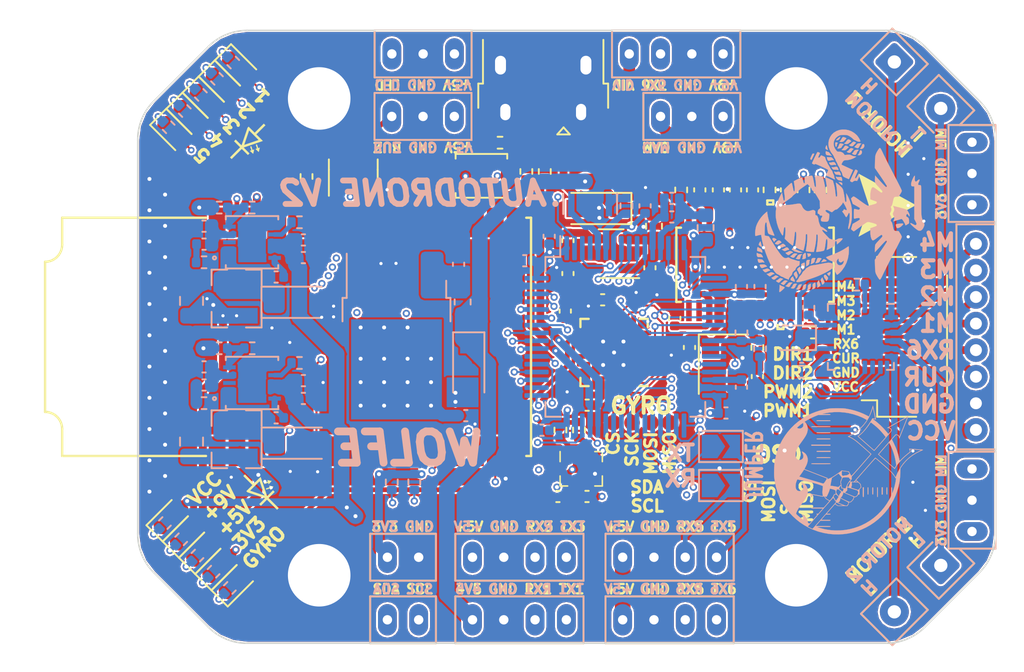
<source format=kicad_pcb>
(kicad_pcb (version 20211014) (generator pcbnew)
  (layers (0 "F.Cu" mixed "Signal1") (1 "In1.Cu" power "GND") (2 "In2.Cu" signal "Signal2") (3 "In3.Cu" signal "Signal3") (4 "In4.Cu" power "PWR") (31 "B.Cu" mixed "Signal4") (34 "B.Paste" user) (35 "F.Paste" user) (36 "B.SilkS" user "B.Silkscreen") (37 "F.SilkS" user "F.Silkscreen") (38 "B.Mask" user) (39 "F.Mask" user) (44 "Edge.Cuts" user))
  (net 0 "")
  (net 1 "GND")
  (net 2 "+3V3")
  (net 3 "+3.3VA")
  (net 4 "VCC")
  (net 5 "+5V")
  (net 6 "Net-(C17-Pad1)")
  (net 7 "GNDA")
  (net 8 "+9V")
  (net 9 "/MCU/HSE_IN")
  (net 10 "/OSD/SAG")
  (net 11 "/CAM")
  (net 12 "/OSD/CLKIN")
  (net 13 "/Connectors/M3")
  (net 14 "/Connectors/M2")
  (net 15 "/Connectors/M1")
  (net 16 "/Connectors/M4")
  (net 17 "/VID")
  (net 18 "/MCU/BOOT0")
  (net 19 "/MCU/HSE_OUT")
  (net 20 "/OSD/XFB")
  (net 21 "/Gyro/SPI1_CS")
  (net 22 "/Gyro/SPI1_MISO")
  (net 23 "/MCU/D+")
  (net 24 "/MCU/D-")
  (net 25 "/Connectors/USART6_TX")
  (net 26 "/Connectors/USART6_RX")
  (net 27 "/Debugger/NRST")
  (net 28 "/Connectors/USART3_TX")
  (net 29 "/Connectors/USART3_RX")
  (net 30 "/Connectors/BUZ")
  (net 31 "/Connectors/LIMIT2_INT")
  (net 32 "/Connectors/LIMIT1_INT")
  (net 33 "/Connectors/CURR_SENSE")
  (net 34 "/Connectors/LED_STRIP")
  (net 35 "/Connectors/I2C2_SCL")
  (net 36 "/Connectors/I2C2_SDA")
  (net 37 "/Connectors/USB_D+")
  (net 38 "/Connectors/USB_D-")
  (net 39 "/Connectors/USART1_TX")
  (net 40 "/Connectors/USART1_RX")
  (net 41 "/MCU/BUZ_MCU")
  (net 42 "/Debugger/SWO")
  (net 43 "Net-(C23-Pad2)")
  (net 44 "Net-(C32-Pad2)")
  (net 45 "/Debugger/SWCLK")
  (net 46 "/Debugger/SWDIO")
  (net 47 "/MCU/SPI2_MOSI")
  (net 48 "/MCU/SPI2_MISO")
  (net 49 "/MCU/SPI2_SCK")
  (net 50 "/MCU/SPI2_CS")
  (net 51 "/MCU/VCC_SENSE")
  (net 52 "/WORM2_H")
  (net 53 "/WORM2_L")
  (net 54 "/WORM1_L")
  (net 55 "/WORM1_H")
  (net 56 "/Gyro/REGOUT")
  (net 57 "/WormDriver/nFAULT")
  (net 58 "/OSD/VOUT")
  (net 59 "/OSD/VIN")
  (net 60 "/OSD/HSYNC")
  (net 61 "/OSD/LSYNC")
  (net 62 "/OSD/LOS")
  (net 63 "/MCU/VCAP")
  (net 64 "/Power/VIN_3V3")
  (net 65 "/Power/SW_9")
  (net 66 "/Power/BS_9")
  (net 67 "/Power/SW_5")
  (net 68 "/Power/BS_5")
  (net 69 "/Power/COMP_9")
  (net 70 "/Power/COMP_5")
  (net 71 "/Power/FB_9")
  (net 72 "/Power/FB_5")
  (net 73 "/Power/FREQ_9")
  (net 74 "/Power/FREQ_5")
  (net 75 "/Connectors/UART5_TX_CONN")
  (net 76 "/Connectors/UART5_RX_CONN")
  (net 77 "/MCU/WORM2_PWM")
  (net 78 "/MCU/WORM1_PWM")
  (net 79 "/MCU/WORM2_DIR")
  (net 80 "/MCU/WORM1_DIR")
  (net 81 "/MCU/LED_4")
  (net 82 "/MCU/LED_3")
  (net 83 "/MCU/LED_2")
  (net 84 "/MCU/LED_1")
  (net 85 "/MCU/BLUE")
  (net 86 "/MCU/RED")
  (net 87 "/MCU/YELLOW")
  (net 88 "/MCU/GREEN")
  (net 89 "Net-(C33-Pad2)")
  (net 90 "/MCU/LED_5")
  (net 91 "/Barometer/I2C1_SCL")
  (net 92 "/Barometer/I2C1_SDA")
  (net 93 "/MCU/3V3")
  (net 94 "/MCU/5V")
  (net 95 "/MCU/9V")
  (net 96 "/MCU/+VCC")
  (net 97 "/Debugger/VCP_RX")
  (net 99 "Net-(R8-Pad2)")
  (net 100 "/Gyro/CPOUT")
  (net 101 "/Gyro/SPI1_MOSI")
  (net 102 "/Gyro/SPI1_SCK")
  (net 103 "/MCU/3V3_GYRO")
  (net 104 "/Power/VIN_GYRO")
  (net 105 "/Power/BP_GYRO")
  (net 106 "/Debugger/VCP_TX")
  (net 115 "+5V_USB")
  (net 116 "+4V5")
  (net 117 "+3V3_GYRO")
  (net 146 "/WormDriver/nSLEEP")
  (net 148 "/WormDriver/VCP")
  (net 149 "/WormDriver/VINT")
  (net 150 "/WormDriver/VREF")
  (net 152 "/MCU/PURPLE")
  (footprint "Capacitor_SMD:C_0402_1005Metric" (layer "F.Cu") (at 102.49 87.18 -90)
    (fp_text reference "C38")
    (fp_text value "1uF")
  )
  (footprint "Capacitor_SMD:C_0402_1005Metric" (layer "F.Cu") (at 97.25 85.44 -90)
    (fp_text reference "C39")
    (fp_text value "10nF")
  )
  (footprint "Diode_SMD:D_SOD-123F" (layer "F.Cu") (at 99.11 83.39 180)
    (fp_text reference "D14")
    (fp_text value "D_Schottky")
  )
  (footprint "MyConnectors:Conn_1x4" (layer "F.Cu") (at 103.75 109.7)
    (fp_text reference "J8")
    (fp_text value "Conn_01x04")
  )
  (footprint "MyConnectors:Conn_1x3" (layer "F.Cu") (at 87.99 77.5 180)
    (fp_text reference "J13")
    (fp_text value "Conn_01x03")
  )
  (footprint "MyConnectors:Conn_1x3" (layer "F.Cu") (at 87.994999 73.5 180)
    (fp_text reference "J16")
    (fp_text value "Conn_01x03")
  )
  (footprint "MyConnectors:Conn_1x2" (layer "F.Cu") (at 86.71 109.7)
    (fp_text reference "J17")
    (fp_text value "Conn_01x02")
  )
  (footprint "MyConnectors:Conn_1x4" (layer "F.Cu") (at 94.15 109.7)
    (fp_text reference "J2")
    (fp_text value "Conn_01x04")
  )
  (footprint "Package_TO_SOT_SMD:SOT-23" (layer "F.Cu") (at 83.53 80.9 90)
    (fp_text reference "Q1")
    (fp_text value "BSS138")
  )
  (footprint "Resistor_SMD:R_0402_1005Metric" (layer "F.Cu") (at 80.54 81.34 90)
    (fp_text reference "R9")
    (fp_text value "10k")
  )
  (footprint "Resistor_SMD:R_0402_1005Metric" (layer "F.Cu") (at 92.91 79.18 180)
    (fp_text reference "R5")
    (fp_text value "10k")
  )
  (footprint "Button_Switch_SMD:SW_SPST_B3U-1000P" (layer "F.Cu") (at 91.72 81.3)
    (fp_text reference "SW1")
    (fp_text value "SW_Push")
  )
  (footprint "MyConnectors:Conn_1x2" (layer "F.Cu") (at 86.71 105.7)
    (fp_text reference "J11")
    (fp_text value "Conn_01x02")
  )
  (footprint "Capacitor_SMD:C_0402_1005Metric" (layer "F.Cu") (at 96.61 101.81 180)
    (fp_text reference "C1")
    (fp_text value "0.1uF")
  )
  (footprint "Capacitor_SMD:C_0402_1005Metric" (layer "F.Cu") (at 98.47 101.81 180)
    (fp_text reference "C2")
    (fp_text value "0.1uF")
  )
  (footprint "Resistor_SMD:R_0402_1005Metric" (layer "F.Cu") (at 96.77 97.56 90)
    (fp_text reference "R2")
    (fp_text value "2k2")
  )
  (footprint "Resistor_SMD:R_0402_1005Metric" (layer "F.Cu") (at 95.77 81.02 -90)
    (fp_text reference "R12")
    (fp_text value "22")
  )
  (footprint "Resistor_SMD:R_0402_1005Metric" (layer "F.Cu") (at 94.59 81.02 -90)
    (fp_text reference "R13")
    (fp_text value "22")
  )
  (footprint "Connector_USB:USB_Micro-B_Amphenol_10103594-0001LF_Horizontal" (layer "F.Cu") (at 95.645 75.335 180)
    (fp_text reference "J5")
    (fp_text value "USB_B_Micro")
  )
  (footprint "Capacitor_SMD:C_0402_1005Metric" (layer "F.Cu") (at 97.25 87.55 90)
    (fp_text reference "C40")
    (fp_text value "2.2uF")
  )
  (footprint "Connector_JST:JST_SH_SM08B-SRSS-TB_1x08-1MP_P1.00mm_Horizontal" (layer "F.Cu") (at 118.8 91.6 90)
    (fp_text reference "J6")
    (fp_text value "Conn_01x08")
  )
  (footprint "Capacitor_SMD:C_0402_1005Metric" (layer "F.Cu") (at 105.68 82.2 -90)
    (fp_text reference "C17")
    (fp_text value "10uF")
  )
  (footprint "Capacitor_SMD:C_0402_1005Metric" (layer "F.Cu") (at 106.87 82.2 -90)
    (fp_text reference "C18")
    (fp_text value "10uF")
  )
  (footprint "Capacitor_SMD:C_0402_1005Metric" (layer "F.Cu") (at 109.05 82.2 -90)
    (fp_text reference "C16")
    (fp_text value "0.1uF")
  )
  (footprint "Capacitor_SMD:C_0402_1005Metric" (layer "F.Cu") (at 104.08 90.42 90)
    (fp_text reference "C19")
    (fp_text value "0.1uF")
  )
  (footprint "Capacitor_SMD:C_0402_1005Metric" (layer "F.Cu") (at 107.96 82.2 90)
    (fp_text reference "C20")
    (fp_text value "0.1uF")
  )
  (footprint "Capacitor_SMD:C_0402_1005Metric" (layer "F.Cu") (at 111.22 82.2 90)
    (fp_text reference "C21")
    (fp_text value "0.1uF")
  )
  (footprint "Capacitor_SMD:C_0402_1005Metric" (layer "F.Cu") (at 105.02 92.28 90)
    (fp_text reference "C22")
    (fp_text value "10pF")
  )
  (footprint "Capacitor_SMD:C_0402_1005Metric" (layer "F.Cu") (at 109.36 94.14 90)
    (fp_text reference "C23")
    (fp_text value "10pF")
  )
  (footprint "Resistor_SMD:R_0402_1005Metric" (layer "F.Cu") (at 112.31 82.2 -90)
    (fp_text reference "R22")
    (fp_text value "1k")
  )
  (footprint "Resistor_SMD:R_0402_1005Metric" (layer "F.Cu") (at 113.4 82.2 -90)
    (fp_text reference "R23")
    (fp_text value "1k")
  )
  (footprint "Resistor_SMD:R_0402_1005Metric" (layer "F.Cu") (at 112.935 91.32 180)
    (fp_text reference "R24")
    (fp_text value "1k")
  )
  (footprint "Resistor_SMD:R_0402_1005Metric" (layer "F.Cu") (at 110.14 82.2 90)
    (fp_text reference "R25")
    (fp_text value "75")
  )
  (footprint "Resistor_SMD:R_0402_1005Metric" (layer "F.Cu") (at 109.36 92.28 -90)
    (fp_text reference "R27")
    (fp_text value "589")
  )
  (footprint "Oscillator:Oscillator_SMD_Abracon_ASE-4Pin_3.2x2.5mm" (layer "F.Cu") (at 107.19 93.35 -90)
    (fp_text reference "Y2")
    (fp_text value "27MHz")
  )
  (footprint "MyConnectors:MountingHole_6_4" (layer "F.Cu") (at 111.85 76.35)
    (fp_text reference "H3")
    (fp_text value "MountingHole_Pad")
  )
  (footprint "MyConnectors:MountingHole_6_4" (layer "F.Cu") (at 81.35 106.85)
    (fp_text reference "H4")
    (fp_text value "MountingHole_Pad")
  )
  (footprint "MyConnectors:MountingHole_6_4" (layer "F.Cu") (at 81.35 76.35)
    (fp_text reference "H1")
    (fp_text value "MountingHole_Pad")
  )
  (footprint "MyConnectors:Conn_1x4" (layer "F.Cu") (at 94.15 105.7)
    (fp_text reference "J9")
    (fp_text value "Conn_01x04")
  )
  (footprint "MyConnectors:Conn_1x4" (layer "F.Cu") (at 104.17 73.5 180)
    (fp_text reference "J10")
    (fp_text value "Conn_01x04")
  )
  (footprint "MyConnectors:Conn_1x3" (layer "F.Cu") (at 105.17 77.5 180)
    (fp_text reference "J4")
    (fp_text value "Conn_01x03")
  )
  (footprint "Package_LGA:Bosch_LGA-8_2x2.5mm_P0.65mm_ClockwisePinNumbering" (layer "F.Cu") (at 98.1 100.04)
    (fp_text reference "U1")
    (fp_text value "BMP280")
  )
  (footprint "MyConnectors:MountingHole_6_4" (layer "F.Cu") (at 111.85 106.85)
    (fp_text reference "H2")
    (fp_text value "MountingHole_Pad")
  )
  (footprint "MyConnectors:Conn_1x4" (layer "F.Cu") (at 103.75 105.7)
    (fp_text reference "J3")
    (fp_text value "Conn_01x04")
  )
  (footprint "LED_SMD:LED_0603_1608Metric" (layer "F.Cu") (at 74.993762 106.240229 45)
    (fp_text reference "D4")
    (fp_text value "RED")
  )
  (footprint "LED_SMD:LED_0603_1608Metric" (layer "F.Cu") (at 72.914868 104.161335 45)
    (fp_text reference "D8")
    (fp_text value "GREEN")
  )
  (footprint "LED_SMD:LED_0603_1608Metric" (layer "F.Cu") (at 71.875421 103.121888 45)
    (fp_text reference "D10")
    (fp_text value "PURPLE")
  )
  (footprint "LED_SMD:LED_0603_1608Metric" (layer "F.Cu") (at 76.033209 107.279676 45)
    (fp_text reference "D2")
    (fp_text value "BLUE")
  )
  (footprint "Resistor_SMD:R_0402_1005Metric" (layer "F.Cu") (at 97.96 97.56 90)
    (fp_text reference "R1")
    (fp_text value "2k2")
  )
  (footprint "MyConnectors:Conn_8Edge" (layer "F.Cu") (at 123.33 91.6 90)
    (fp_text reference "J7")
    (fp_text value "Conn_01x08")
  )
  (footprint "Resistor_SMD:R_0402_1005Metric" (layer "F.Cu") (at 104.49 82.2 90)
    (fp_text reference "R26")
    (fp_text value "75")
  )
  (footprint "MyConnectors:Conn_Motor2" (layer "F.Cu") (at 119.6 107.704924 -135)
    (fp_text reference "J15")
    (fp_text value "Conn_01x02")
  )
  (footprint "MyConnectors:Conn_1x3" (layer "F.Cu") (at 123.08 81.15 90)
    (fp_text reference "J14")
    (fp_text value "Conn_01x03")
  )
  (footprint "MyConnectors:Conn_1x3" (layer "F.Cu") (at 123.08 102.05 90)
    (fp_text reference "J18")
    (fp_text value "Conn_01x03")
  )
  (footprint "LED_SMD:LED_0603_1608Metric" (layer "F.Cu") (at 76.243016 74.445997 -45)
    (fp_text reference "D1")
    (fp_text value "BLUE")
  )
  (footprint "LED_SMD:LED_0603_1608Metric" (layer "F.Cu") (at 75.21064 75.478373 -45)
    (fp_text reference "D3")
    (fp_text value "RED")
  )
  (footprint "LED_SMD:LED_0603_1608Metric" (layer "F.Cu") (at 74.178264 76.510749 -45)
    (fp_text reference "D5")
    (fp_text value "YELLOW")
  )
  (footprint "LED_SMD:LED_0603_1608Metric" (layer "F.Cu") (at 73.145888 77.543125 -45)
    (fp_text reference "D7")
    (fp_text value "GREEN")
  )
  (footprint "MyConnectors:Conn_Motor1" (layer "F.Cu") (at 119.6 75.5 -45)
    (fp_text reference "J12")
    (fp_text value "Conn_01x02")
  )
  (footprint "Sensor_Motion:InvenSense_QFN-24_4x4mm_P0.5mm" (layer "F.Cu") (at 100.2 92.6 180)
    (fp_text reference "U3")
    (fp_text value "MPU-6000")
  )
  (footprint "Package_TO_SOT_SMD:SOT-23-5" (layer "F.Cu") (at 100.01 86.28 180)
    (fp_text reference "U9")
    (fp_text value "LP2985-3.3")
  )
  (footprint "Capacitor_SMD:C_0402_1005Metric" (layer "F.Cu") (at 97.08 89.95 90)
    (fp_text reference "C3")
    (fp_text value "0.1uF")
  )
  (footprint "LED_SMD:LED_0603_1608Metric" (layer "F.Cu") (at 73.954315 105.200782 45)
    (fp_text reference "D6")
    (fp_text value "YELLOW")
  )
  (footprint "Capacitor_SMD:C_0402_1005Metric" (layer "F.Cu") (at 98.48 95.97 180)
    (fp_text reference "C4")
    (fp_text value "2.2nF")
  )
  (footprint "JPW_Footprints:MAX7456" (layer "F.Cu") (at 109.21 86.99 90)
    (fp_text reference "U5")
    (fp_text value "MAX7456EUI+")
  )
  (footprint "Inductor_SMD:L_0603_1608Metric" (layer "F.Cu") (at 102.75 84.52 90)
    (fp_text reference "FB3")
    (fp_text value "100 @ 100 Mhz")
  )
  (footprint "MyConnectors:SPI_Probe" (layer "F.Cu") (at 110.69 100.2)
    (fp_text reference "J20")
    (fp_text value "Conn_01x04")
  )
  (footprint "MyConnectors:I2C_Probe" (layer "F.Cu") (at 100.72 101.82 -90)
    (fp_text reference "J1")
    (fp_text value "Conn_01x02")
  )
  (footprint "JPW_Footprints:LED" (layer "F.Cu") (at 77.76 101.4 -45)
    (fp_text reference "L4" hide)
    (fp_text value "LED" hide)
  )
  (footprint "MyConnectors:SPI_Probe" (layer "F.Cu") (at 101.95 97.09)
    (fp_text reference "J19")
    (fp_text value "Conn_01x04")
  )
  (footprint "Capacitor_SMD:C_0402_1005Metric" (layer "F.Cu") (at 99.47 89.23 180)
    (fp_text reference "C5")
    (fp_text value "0.1uF")
  )
  (footprint "MyConnectors:SPI_Probe" (layer "F.Cu") (at 113.51 94.52 -90)
    (fp_text reference "J21")
    (fp_text value "Conn_01x04")
  )
  (footprint "JPW_Footprints:Arrow" (layer "F.Cu") (at 117.66 83.17)
    (fp_text reference "L2" hide)
    (fp_text value "Arrow" hide)
  )
  (footprint "JPW_Footprints:LED" (layer "F.Cu") (at 76.9112 79.2226 -135)
    (fp_text reference "L3" hide)
    (fp_text value "LED" hide)
  )
  (footprint "JPW_Footprints:STLINKV3MODS" (layer "F.Cu") (at 64.92 91.6 90)
    (fp_text reference "U2")
    (fp_text value "STLINK-V3MODS")
  )
  (footprint "LED_SMD:LED_0603_1608Metric" (layer "F.Cu") (at 72.1096 78.574 -45)
    (fp_text reference "D9")
    (fp_text value "PURPLE")
  )
  (footprint "Capacitor_SMD:C_0402_1005Metric" (layer "B.Cu") (at 109.53 88.38 90)
    (fp_text reference "C8")
    (fp_text value "4.7uF")
  )
  (footprint "Capacitor_SMD:C_0402_1005Metric" (layer "B.Cu") (at 108.34 88.38 90)
    (fp_text reference "C9")
    (fp_text value "0.1uF")
  )
  (footprint "Capacitor_SMD:C_0402_1005Metric" (layer "B.Cu") (at 96.05 85.17 90)
    (fp_text reference "C10")
    (fp_text value "0.1uF")
  )
  (footprint "Capacitor_SMD:C_0402_1005Metric" (layer "B.Cu") (at 107.35 96.47)
    (fp_text reference "C11")
    (fp_text value "0.1uF")
  )
  (footprint "Capacitor_SMD:C_0402_1005Metric" (layer "B.Cu") (at 95.59 97.57 180)
    (fp_text reference "C12")
    (fp_text value "0.1uF")
  )
  (footprint "Capacitor_SMD:C_0402_1005Metric" (layer "B.Cu") (at 103.89 82.74 180)
    (fp_text reference "C6")
    (fp_text value "1uF")
  )
  (footprint "Capacitor_SMD:C_0402_1005Metric" (layer "B.Cu") (at 103.89 83.93 180)
    (fp_text reference "C7")
    (fp_text value "10nF")
  )
  (footprint "Capacitor_SMD:C_0402_1005Metric" (layer "B.Cu") (at 78.6 87.77 180)
    (fp_text reference "C25")
    (fp_text value "0.1uF")
  )
  (footprint "Capacitor_SMD:C_0402_1005Metric" (layer "B.Cu") (at 78.6 96.78 180)
    (fp_text reference "C24")
    (fp_text value "0.1uF")
  )
  (footprint "Capacitor_SMD:C_0805_2012Metric" (layer "B.Cu") (at 73.19 89.3 90)
    (fp_text reference "C27")
    (fp_text value "22uF")
  )
  (footprint "Capacitor_SMD:C_0402_1005Metric" (layer "B.Cu") (at 80.34 85.4 180)
    (fp_text reference "C30")
    (fp_text value "4.7uF")
  )
  (footprint "Capacitor_SMD:C_0402_1005Metric" (layer "B.Cu") (at 80.34 86.53 180)
    (fp_text reference "C31")
    (fp_text value "0.1uF")
  )
  (footprint "Capacitor_SMD:C_0402_1005Metric" (layer "B.Cu") (at 73.99 85.67 180)
    (fp_text reference "C32")
    (fp_text value "560pF")
  )
  (footprint "Capacitor_SMD:C_0402_1005Metric" (layer "B.Cu") (at 73.99 94.68 180)
    (fp_text reference "C33")
    (fp_text value "560pF")
  )
  (footprint "Capacitor_SMD:C_0402_1005Metric" (layer "B.Cu") (at 73.99 93.52 180)
    (fp_text reference "C35")
    (fp_text value "2pF")
  )
  (footprint "Diode_SMD:D_SOD-123F" (layer "B.Cu") (at 90.91 93.51 -90)
    (fp_text reference "D13")
    (fp_text value "D_Schottky")
  )
  (footprint "Diode_SMD:D_SOD-123F" (layer "B.Cu") (at 79.86 89.39)
    (fp_text reference "D12")
    (fp_text value "90V, 2A")
  )
  (footprint "Diode_SMD:D_SOD-123F" (layer "B.Cu") (at 79.87 98.4)
    (fp_text reference "D11")
    (fp_text value "90V, 2A")
  )
  (footprint "Inductor_SMD:L_Bourns_SRN3015" (layer "B.Cu") (at 76.07 89.15 -90)
    (fp_text reference "L7")
    (fp_text value "15uH")
  )
  (footprint "Inductor_SMD:L_Bourns_SRN3015" (layer "B.Cu") (at 76.07 98.15 -90)
    (fp_text reference "L6")
    (fp_text value "12uH")
  )
  (footprint "Resistor_SMD:R_0402_1005Metric" (layer "B.Cu") (at 85.99 100.88 -90)
    (fp_text reference "R6")
    (fp_text value "2k2")
  )
  (footprint "Resistor_SMD:R_0402_1005Metric" (layer "B.Cu") (at 87.43 100.88 -90)
    (fp_text reference "R7")
    (fp_text value "2k2")
  )
  (footprint "Resistor_SMD:R_0402_1005Metric" (layer "B.Cu") (at 100.99 83.22 90)
    (fp_text reference "R8")
    (fp_text value "330")
  )
  (footprint "Resistor_SMD:R_0402_1005Metric" (layer "B.Cu") (at 74.96 83.33)
    (fp_text reference "R29")
    (fp_text value "20k")
  )
  (footprint "Resistor_SMD:R_0402_1005Metric" (layer "B.Cu") (at 74.96 92.33)
    (fp_text reference "R28")
    (fp_text value "20k")
  )
  (footprint "Resistor_SMD:R_0402_1005Metric" (layer "B.Cu") (at 77.07 83.33)
    (fp_text reference "R31")
    (fp_text value "2k")
  )
  (footprint "Resistor_SMD:R_0402_1005Metric" (layer "B.Cu") (at 77.07 92.33)
    (fp_text reference "R30")
    (fp_text value "3.8k")
  )
  (footprint "Resistor_SMD:R_0402_1005Metric" (layer "B.Cu") (at 80.09 84.27)
    (fp_text reference "R33")
    (fp_text value "200k")
  )
  (footprint "Resistor_SMD:R_0402_1005Metric" (layer "B.Cu") (at 73.99 95.84)
    (fp_text reference "R34")
    (fp_text value "68k")
  )
  (footprint "Resistor_SMD:R_0402_1005Metric" (layer "B.Cu") (at 109.53 92.36 90)
    (fp_text reference "R3")
    (fp_text value "10k")
  )
  (footprint "Resistor_SMD:R_0402_1005Metric" (layer "B.Cu") (at 108.34 91.34 -90)
    (fp_text reference "R4")
    (fp_text value "1k")
  )
  (footprint "Package_QFP:LQFP-64_10x10mm_P0.5mm" (layer "B.Cu") (at 100.92 91.6 -90)
    (fp_text reference "U4")
    (fp_text value "STM32F722RETx")
  )
  (footprint "Capacitor_SMD:C_0402_1005Metric" (layer "B.Cu") (at 80.34 94.4 180)
    (fp_text reference "C28")
    (fp_text value "4.7uF")
  )
  (footprint "Capacitor_SMD:C_0402_1005Metric" (layer "B.Cu") (at 108.34 94.82 -90)
    (fp_text reference "C15")
    (fp_text value "2.2uF")
  )
  (footprint "Capacitor_SMD:C_0402_1005Metric" (layer "B.Cu") (at 94.49 86.73 180)
    (fp_text reference "C13")
    (fp_text value "0.1uF")
  )
  (footprint "Capacitor_SMD:C_0402_1005Metric" (layer "B.Cu") (at 102.18 83.22 90)
    (fp_text reference "C14")
    (fp_text value "0.1uF")
  )
  (footprint "Resistor_SMD:R_0402_1005Metric" (layer "B.Cu") (at 80.09 93.27)
    (fp_text reference "R32")
    (fp_text value "200k")
  )
  (footprint "Capacitor_SMD:C_0402_1005Metric" (layer "B.Cu") (at 90.26 86.96 90)
    (fp_text reference "C36")
    (fp_text value "10uF")
  )
  (footprint "Capacitor_SMD:C_0402_1005Metric" (layer "B.Cu") (at 90.72 96.64)
    (fp_text reference "C37")
    (fp_text value "10uF")
  )
  (footprint "Package_TO_SOT_SMD:TO-252-2" (layer "B.Cu") (at 86.29 91.579999 -90)
    (fp_text reference "U8")
    (fp_text value "LD1086DT33TR")
  )
  (footprint "Jumper:SolderJumper-2_P1.3mm_Open_TrianglePad1.0x1.5mm" (layer "B.Cu") (at 107.030001 101.11)
    (fp_text reference "JP1")
    (fp_text value "SolderJumper_2_Open")
  )
  (footprint "Jumper:SolderJumper-2_P1.3mm_Open_TrianglePad1.0x1.5mm" (layer "B.Cu") (at 107.03 98.61)
    (fp_text reference "JP2")
    (fp_text value "SolderJumper_2_Open")
  )
  (footprint "Resistor_SMD:R_0402_1005Metric" (layer "B.Cu") (at 73.57 105.59 45)
    (fp_text reference "R17")
    (fp_text value "1k")
  )
  (footprint "Resistor_SMD:R_0402_1005Metric" (layer "B.Cu") (at 71.49 103.51 45)
    (fp_text reference "R21")
    (fp_text value "1k")
  )
  (footprint "Capacitor_SMD:C_0805_2012Metric" (layer "B.Cu") (at 73.19 98.3 90)
    (fp_text reference "C26")
    (fp_text value "22uF")
  )
  (footprint "Resistor_SMD:R_0402_1005Metric" (layer "B.Cu") (at 73.99 86.83)
    (fp_text reference "R35")
    (fp_text value "120k")
  )
  (footprint "Capacitor_SMD:C_0402_1005Metric" (layer "B.Cu") (at 73.99 84.52 180)
    (fp_text reference "C34")
    (fp_text value "1pF")
  )
  (footprint "Resistor_SMD:R_0402_1005Metric" (layer "B.Cu") (at 74.6 106.62 45)
    (fp_text reference "R15")
    (fp_text value "1k")
  )
  (footprint "Resistor_SMD:R_0402_1005Metric" (layer "B.Cu") (at 75.64 107.66 45)
    (fp_text reference "R11")
    (fp_text value "1k")
  )
  (footprint "Resistor_SMD:R_0402_1005Metric" (layer "B.Cu") (at 72.53 104.55 45)
    (fp_text reference "R19")
    (fp_text value "1k")
  )
  (footprint "Capacitor_SMD:C_0402_1005Metric" (layer "B.Cu") (at 80.34 95.54 180)
    (fp_text reference "C29")
    (fp_text value "0.1uF")
  )
  (footprint "Resistor_SMD:R_0402_1005Metric" (layer "B.Cu") (at 75.857 74.0538 -45)
    (fp_text reference "R10")
    (fp_text value "1k")
  )
  (footprint "Resistor_SMD:R_0402_1005Metric" (layer "B.Cu") (at 74.817 75.0938 -45)
    (fp_text reference "R14")
    (fp_text value "1k")
  )
  (footprint "Resistor_SMD:R_0402_1005Metric" (layer "B.Cu") (at 73.787 76.1238 -45)
    (fp_text reference "R16")
    (fp_text value "1k")
  )
  (footprint "Resistor_SMD:R_0402_1005Metric" (layer "B.Cu") (at 72.757 77.1538 -45)
    (fp_text reference "R18")
    (fp_text value "1k")
  )
  (footprint "JPW_Footprints:DRV8834RGER" (layer "B.Cu") (at 115.9756 91.600315 180)
    (fp_text reference "U10")
    (fp_text value "DRV8834RGER" hide)
  )
  (footprint "Resistor_SMD:R_0402_1005Metric" (layer "B.Cu") (at 71.7286 78.193 -45)
    (fp_text reference "R20")
    (fp_text value "1k")
  )
  (footprint "JPW_Footprints:MP4560DQ" (layer "B.Cu") (at 77.0571 85.549999)
    (fp_text reference "U7")
    (fp_text value "MP4560DQ")
  )
  (footprint "JPW_Footprints:WRC2" (layer "B.Cu") (at 115.009149 94.789023 90)
    (fp_text reference "L5" hide)
    (fp_text value "WRC" hide)
  )
  (footprint "Resistor_SMD:R_0402_1005Metric" (layer "B.Cu") (at 112.17 93.83 180)
    (fp_text reference "R37")
    (fp_text value "47k")
  )
  (footprint "Capacitor_SMD:C_0402_1005Metric" (layer "B.Cu") (at 112.19 92.9 180)
    (fp_text reference "C41")
    (fp_text value "10nF")
  )
  (footprint "JPW_Footprints:EGA" (layer "B.Cu") (at 114.63 83.54 90)
    (fp_text reference "L1" hide)
    (fp_text value "EGA" hide)
  )
  (footprint "JPW_Footprints:MP4560DQ" (layer "B.Cu") (at 77.0571 94.549999)
    (fp_text reference "U6")
    (fp_text value "MP4560DQ")
  )
  (footprint "Resistor_SMD:R_0402_1005Metric" (layer "B.Cu") (at 115.72 88.26 180)
    (fp_text reference "R36")
    (fp_text value "47k")
  )
  (footprint "JPW_Footprints:OSC_CSTNE8M00G55Z000R0" (layer "B.Cu") (at 98.67 83.09)
    (fp_text reference "Y1")
    (fp_text value "CSTNE8M00G55Z000R0")
  )
  (footprint "Inductor_SMD:L_0603_1608Metric" (layer "B.Cu") (at 90.52 89.37 -90)
    (fp_text reference "FB2")
    (fp_text value "100 @ 100 Mhz")
  )
  (footprint "Capacitor_Tantalum_SMD:CP_EIA-1608-08_AVX-J" (layer "B.Cu") (at 111.5975 91.66 180)
    (fp_text reference "C42")
    (fp_text value "10uF")
  )
  (footprint "Inductor_SMD:L_0603_1608Metric" (layer "B.Cu") (at 106.05 84.61 90)
    (fp_text reference "FB1")
    (fp_text value "100@100MHz")
  )
  (footprint "Capacitor_SMD:C_0402_1005Metric" (layer "B.Cu") (at 112.64 89.72 90)
    (fp_text reference "C43")
    (fp_text value "2.2uF")
  )
  (gr_line (start 123.220387 77.112203) (end 122.29 78.05) (layer "B.SilkS") (width 0.12))
  (gr_line (start 118.949462 76.857645) (end 120.63 78.54) (layer "B.SilkS") (width 0.12))
  (gr_line (start 123.220387 106.087797) (end 122.27 105.15) (layer "B.SilkS") (width 0.12))
  (gr_line (start 121.58 98.95) (end 121.58 104.44) (layer "B.SilkS") (width 0.12))
  (gr_line (start 124.58 105.15) (end 122.29 105.15) (layer "B.SilkS") (width 0.12))
  (gr_line (start 121.58 78.76) (end 121.58 84.25) (layer "B.SilkS") (width 0.12))
  (gr_line (start 124.58 78.05) (end 122.29 78.05) (layer "B.SilkS") (width 0.12))
  (gr_line (start 118.949462 106.342355) (end 120.55 104.74) (layer "B.SilkS") (width 0.12))
  (gr_line (start 123.220387 77.112203) (end 122.29 78.05) (layer "F.SilkS") (width 0.12))
  (gr_line (start 123.220387 106.087797) (end 122.27 105.15) (layer "F.SilkS") (width 0.12))
  (gr_line (start 120.55 104.74) (end 118.949462 106.342355) (layer "F.SilkS") (width 0.12))
  (gr_line (start 121.58 98.95) (end 121.58 104.44) (layer "F.SilkS") (width 0.12))
  (gr_line (start 124.58 78.05) (end 122.29 78.05) (layer "F.SilkS") (width 0.12))
  (gr_line (start 118.949462 76.857645) (end 120.63 78.54) (layer "F.SilkS") (width 0.12))
  (gr_line (start 124.58 105.15) (end 122.29 105.15) (layer "F.SilkS") (width 0.12))
  (gr_line (start 121.58 84.25) (end 121.58 78.76) (layer "F.SilkS") (width 0.12))
  (gr_line (start 124.579999 104.2) (end 124.59 79) (layer "Edge.Cuts") (width 0.1))
  (gr_line (start 117.58 72) (end 76.75 72) (layer "Edge.Cuts") (width 0.1))
  (gr_line (start 69.75 79.000001) (end 69.75 104.2) (layer "Edge.Cuts") (width 0.1))
  (gr_arc (start 120.054873 110.174874) (mid 118.919391 110.933579) (end 117.579999 111.2) (layer "Edge.Cuts") (width 0.1))
  (gr_arc (start 124.579999 104.2) (mid 124.313577 105.539392) (end 123.554873 106.674874) (layer "Edge.Cuts") (width 0.1))
  (gr_line (start 120.054873 110.174874) (end 123.554873 106.674874) (layer "Edge.Cuts") (width 0.1))
  (gr_arc (start 123.564874 76.525126) (mid 124.323579 77.660608) (end 124.59 79) (layer "Edge.Cuts") (width 0.1))
  (gr_arc (start 117.58 72) (mid 118.924777 72.264498) (end 120.064884 73.025116) (layer "Edge.Cuts") (width 0.1))
  (gr_line (start 123.564874 76.525126) (end 120.064874 73.025126) (layer "Edge.Cuts") (width 0.1))
  (gr_arc (start 76.75 111.2) (mid 75.410608 110.933578) (end 74.275126 110.174874) (layer "Edge.Cuts") (width 0.1))
  (gr_arc (start 70.775125 106.674874) (mid 70.01642 105.539392) (end 69.749999 104.2) (layer "Edge.Cuts") (width 0.1))
  (gr_line (start 74.275126 73.025126) (end 70.775126 76.525127) (layer "Edge.Cuts") (width 0.1))
  (gr_arc (start 74.275126 73.025126) (mid 75.410608 72.266421) (end 76.75 72) (layer "Edge.Cuts") (width 0.1))
  (gr_line (start 70.775125 106.674874) (end 74.275126 110.174874) (layer "Edge.Cuts") (width 0.1))
  (gr_arc (start 69.75 79.000001) (mid 70.016422 77.660609) (end 70.775126 76.525127) (layer "Edge.Cuts") (width 0.1))
  (gr_line (start 76.75 111.2) (end 117.579999 111.2) (layer "Edge.Cuts") (width 0.1))
  (gr_text "GND 3V3" (at 86.71 103.74) (layer "B.SilkS") (effects (font (size 0.6 0.6)) (justify mirror)))
  (gr_text "TX3 RX3 GND +5V" (at 94.15 103.74) (layer "B.SilkS") (effects (font (size 0.6 0.6)) (justify mirror)))
  (gr_text "TX1 RX1 GND 4V5" (at 94.15 107.74) (layer "B.SilkS") (effects (font (size 0.6 0.6)) (justify mirror)))
  (gr_text "SCL SDA" (at 86.71 107.74) (layer "B.SilkS") (effects (font (size 0.6 0.6)) (justify mirror)))
  (gr_text "TX6 RX6 GND +5V" (at 103.75 107.74) (layer "B.SilkS") (effects (font (size 0.6 0.6)) (justify mirror)))
  (gr_text "TX5 RX5 GND +5V" (at 103.75 103.74) (layer "B.SilkS") (effects (font (size 0.6 0.6)) (justify mirror)))
  (gr_text "MOTOR 2\nL      H" (at 117.6 105.7 45) (layer "B.SilkS") (effects (font (size 0.8 0.8) (thickness 0.2)) (justify mirror)))
  (gr_text "MOTOR 1\nH      L" (at 117.6 77.5 135) (layer "B.SilkS") (effects (font (size 0.8 0.8) (thickness 0.2)) (justify mirror)))
  (gr_text "CAM GND +9V" (at 105.17 79.46 180) (layer "B.SilkS") (effects (font (size 0.6 0.6)) (justify mirror)))
  (gr_text "VID TX6 GND +9V" (at 104.1 75.46 180) (layer "B.SilkS") (effects (font (size 0.6 0.6)) (justify mirror)))
  (gr_text "BUZ GND +5V" (at 87.99 79.46 180) (layer "B.SilkS") (effects (font (size 0.6 0.6)) (justify mirror)))
  (gr_text "LED GND +5V" (at 88 75.46 180) (layer "B.SilkS") (effects (font (size 0.6 0.6)) (justify mirror)))
  (gr_text "AUTODRONE V2" (at 87.37 82.423) (layer "B.SilkS") (effects (font (size 1.5 1.5) (thickness 0.375) italic) (justify mirror)))
  (gr_text "LIM GND 3V3" (at 121.12 81.15 90) (layer "B.SilkS") (effects (font (size 0.6 0.6)) (justify mirror)))
  (gr_text "LIM GND 3V3" (at 121.12 102.05 90) (layer "B.SilkS") (effects (font (size 0.6 0.6)) (justify mirror)))
  (gr_text "M4\nM3\nM2\nM1\nRX6\nCUR\nGND\nVCC" (at 122.16 91.6) (layer "B.SilkS") (effects (font (size 1.07 1.07) (thickness 0.2675)) (justify left mirror)))
  (gr_text "WOLFE" (at 87.17 98.75) (layer "B.SilkS") (effects (font (size 2 2) (thickness 0.5) italic) (justify mirror)))
  (gr_text "JUMPER" (at 109.079995 99.859998 270) (layer "B.SilkS") (effects (font (size 1.016 0.762) (thickness 0.1905)) (justify mirror)))
  (gr_text "TX\nRX" (at 104.459989 99.859998) (layer "B.SilkS") (effects (font (size 1.016 1.016) (thickness 0.254)) (justify mirror)))
  (gr_text "+5V GND RX5 TX5" (at 103.83 103.74) (layer "F.SilkS") (effects (font (size 0.6 0.6))))
  (gr_text "+5V GND RX6 TX6" (at 103.83 107.74) (layer "F.SilkS") (effects (font (size 0.6 0.6))))
  (gr_text "4V5 GND RX1 TX1" (at 94.18 107.74) (layer "F.SilkS") (effects (font (size 0.6 0.6))))
  (gr_text "SDA SCL" (at 86.69 107.74) (layer "F.SilkS") (effects (font (size 0.6 0.6))))
  (gr_text "3V3 GND" (at 86.69 103.74) (layer "F.SilkS") (effects (font (size 0.6 0.6))))
  (gr_text "+5V GND LED" (at 88 75.46 180) (layer "F.SilkS") (effects (font (size 0.6 0.6))))
  (gr_text "+5V GND BUZ" (at 87.99 79.46 180) (layer "F.SilkS") (effects (font (size 0.6 0.6))))
  (gr_text "+9V GND TX6 VID" (at 104.1 75.46 180) (layer "F.SilkS") (effects (font (size 0.6 0.6))))
  (gr_text "+9V GND CAM" (at 105.17 79.46 180) (layer "F.SilkS") (effects (font (size 0.6 0.6))))
  (gr_text "VCC\n+9V\n+5V\n3V3\nGYRO" (at 75.94 103.21 45) (layer "F.SilkS") (effects (font (size 0.83 0.83) (thickness 0.2075))))
  (gr_text "3V3 GND LIM" (at 121.12 81.15 90) (layer "F.SilkS") (effects (font (size 0.6 0.6))))
  (gr_text "3V3 GND LIM" (at 121.12 102.05 90) (layer "F.SilkS") (effects (font (size 0.6 0.6))))
  (gr_text "5\n4\n3\n2\n1" (at 75.7682 78.0796 135) (layer "F.SilkS") (effects (font (size 0.83 0.83) (thickness 0.2075))))
  (gr_text "MOTOR 1\nL      H" (at 117.6 77.5 135) (layer "F.SilkS") (effects (font (size 0.8 0.8) (thickness 0.2))))
  (gr_text "MOTOR 2\nL      H" (at 117.6 105.7 45) (layer "F.SilkS") (effects (font (size 0.8 0.8) (thickness 0.2))))
  (gr_text "CS\nSCK\nMOSI\nMISO" (at 101.95 97.56 90) (layer "F.SilkS") (effects (font (size 0.75 0.75) (thickness 0.1875)) (justify right)))
  (gr_text "DIR1\nDIR2\nPWM2\nPWM1" (at 113.04 94.52) (layer "F.SilkS") (effects (font (size 0.75 0.75) (thickness 0.1875)) (justify right)))
  (gr_text "SDA\nSCL" (at 103.48 101.82) (layer "F.SilkS") (effects (font (size 0.75 0.75) (thickness 0.1875)) (justify right)))
  (gr_text "GYRO" (at 101.95 96.01) (layer "F.SilkS") (effects (font (size 1 1) (thickness 0.25))))
  (gr_text "+5V GND RX3 TX3" (at 94.18 103.74) (layer "F.SilkS") (effects (font (size 0.6 0.6))))
  (gr_text "OSD" (at 110.69 99.13) (layer "F.SilkS") (effects (font (size 1 1) (thickness 0.25))))
  (gr_text "M4\nM3\nM2\nM1\nRX6\nCUR\nGND\nVCC" (at 115.02 91.6) (layer "F.SilkS") (effects (font (size 0.57 0.57) (thickness 0.1425))))
  (gr_text "CS\nMOSI\nSCK\nMISO" (at 110.69 100.64 90) (layer "F.SilkS") (effects (font (size 0.75 0.75) (thickness 0.1875)) (justify right)))
  (via (at 100.8 93.4) (size 0.4572) (drill 0.254) (layers "F.Cu" "B.Cu") (net 1))
  (via (at 99.5 93.4) (size 0.4572) (drill 0.254) (layers "F.Cu" "B.Cu") (net 1))
  (via (at 99.5 91.9) (size 0.4572) (drill 0.254) (layers "F.Cu" "B.Cu") (net 1))
  (via (at 100.8 91.9) (size 0.4572) (drill 0.254) (layers "F.Cu" "B.Cu") (net 1))
  (via (at 100.2 92.6) (size 0.4572) (drill 0.254) (layers "F.Cu" "B.Cu") (net 1))
  (via (at 81.5086 90.3478) (size 0.4064) (drill 0.2032) (layers "F.Cu" "B.Cu") (net 1))
  (via (at 109.75 85.89) (size 0.4064) (drill 0.2032) (layers "F.Cu" "B.Cu") (net 1))
  (via (at 71.5 92.5) (size 0.4572) (drill 0.254) (layers "F.Cu" "B.Cu") (net 1))
  (via (at 71.5 98.5) (size 0.4572) (drill 0.254) (layers "F.Cu" "B.Cu") (net 1))
  (via (at 70.5 99.5) (size 0.4572) (drill 0.254) (layers "F.Cu" "B.Cu") (net 1))
  (via (at 109.25 87.14) (size 0.4064) (drill 0.2032) (layers "F.Cu" "B.Cu") (net 1))
  (via (at 108.75 85.89) (size 0.4064) (drill 0.2032) (layers "F.Cu" "B.Cu") (net 1))
  (via (at 82.27 90.32) (size 0.4064) (drill 0.2032) (layers "F.Cu" "B.Cu") (net 1))
  (via (at 102.21 82.05) (size 0.4064) (drill 0.2032) (layers "F.Cu" "B.Cu") (net 1))
  (via (at 108.55 96.3532) (size 0.4064) (drill 0.2032) (layers "F.Cu" "B.Cu") (net 1))
  (via (at 82.2706 89.6366) (size 0.4064) (drill 0.2032) (layers "F.Cu" "B.Cu") (net 1))
  (via (at 71.5 100.5) (size 0.4572) (drill 0.254) (layers "F.Cu" "B.Cu") (net 1))
  (via (at 119 81.2) (size 0.4064) (drill 0.2032) (layers "F.Cu" "B.Cu") (net 1))
  (via (at 70.5 101.5) (size 0.4572) (drill 0.254) (layers "F.Cu" "B.Cu") (net 1))
  (via (at 71.5 82.5) (size 0.4572) (drill 0.254) (layers "F.Cu" "B.Cu") (net 1))
  (via (at 107.46 82.15) (size 0.4572) (drill 0.254) (layers "F.Cu" "B.Cu") (net 1))
  (via (at 71.5 86.5) (size 0.4572) (drill 0.254) (layers "F.Cu" "B.Cu") (net 1))
  (via (at 119 79.2) (size 0.4064) (drill 0.2032) (layers "F.Cu" "B.Cu") (net 1))
  (via (at 112.25 87.14) (size 0.4064) (drill 0.2032) (layers "F.Cu" "B.Cu") (net 1))
  (via (at 110.75 85.89) (size 0.4064) (drill 0.2032) (layers "F.Cu" "B.Cu") (net 1))
  (via (at 110.25 87.14) (size 0.4064) (drill 0.2032) (layers "F.Cu" "B.Cu") (net 1))
  (via (at 119 83.2) (size 0.4064) (drill 0.2032) (layers "F.Cu" "B.Cu") (net 1))
  (via (at 86.26 86.9) (size 0.4064) (drill 0.2032) (layers "F.Cu" "B.Cu") (net 1))
  (via (at 105.71 96.3532) (size 0.4064) (drill 0.2032) (layers "F.Cu" "B.Cu") (net 1))
  (via (at 97.2 95.12) (size 0.4064) (drill 0.2032) (layers "F.Cu" "B.Cu") (net 1))
  (via (at 78.33 91.03) (size 0.4064) (drill 0.2032) (layers "F.Cu" "B.Cu") (net 1))
  (via (at 81.25 100.23) (size 0.4064) (drill 0.2032) (layers "F.Cu" "B.Cu") (net 1))
  (via (at 71.5 94.5) (size 0.4572) (drill 0.254) (layers "F.Cu" "B.Cu") (net 1))
  (via (at 102.08 84.56) (size 0.4572) (drill 0.254) (layers "F.Cu" "B.Cu") (net 1))
  (via (at 119.2 104.5) (size 0.4064) (drill 0.2032) (layers "F.Cu" "B.Cu") (net 1))
  (via (at 119.6 95) (size 0.4064) (drill 0.2032) (layers "F.Cu" "B.Cu") (net 1))
  (via (at 119.3 98.9) (size 0.4064) (drill 0.2032) (layers "F.Cu" "B.Cu") (net 1))
  (via (at 81.6 94.52) (size 0.4064) (drill 0.2032) (layers "F.Cu" "B.Cu") (net 1))
  (via (at 115.08 92.49) (size 0.4064) (drill 0.2032) (layers "F.Cu" "B.Cu") (net 1))
  (via (at 111.75 85.89) (size 0.4064) (drill 0.2032) (layers "F.Cu" "B.Cu") (net 1))
  (via (at 115.08 90.71) (size 0.4064) (drill 0.2032) (layers "F.Cu" "B.Cu") (net 1))
  (via (at 114.42 88.93) (size 0.4064) (drill 0.2032) (layers "F.Cu" "B.Cu") (net 1))
  (via (at 75.73 100.58) (size 0.4064) (drill 0.2032) (layers "F.Cu" "B.Cu") (net 1))
  (via (at 96.529552 87.162557) (size 0.4064) (drill 0.2032) (layers "F.Cu" "B.Cu") (net 1))
  (via (at 101.61 88.76) (size 0.4064) (drill 0.2032) (layers "F.Cu" "B.Cu") (net 1))
  (via (at 119.3 100.9) (size 0.4064) (drill 0.2032) (layers "F.Cu" "B.Cu") (net 1))
  (via (at 70.5 93.5) (size 0.4572) (drill 0.254) (layers "F.Cu" "B.Cu") (net 1))
  (via (at 70.5 83.5) (size 0.4572) (drill 0.254) (layers "F.Cu" "B.Cu") (net 1))
  (via (at 99.26 83.99) (size 0.4572) (drill 0.254) (layers "F.Cu" "B.Cu") (net 1))
  (via (at 108.25 87.14) (size 0.4064) (drill 0.2032) (layers "F.Cu" "B.Cu") (net 1))
  (via (at 103.86 92.77) (size 0.4064) (drill 0.2032) (layers "F.Cu" "B.Cu") (net 1))
  (via (at 91.31 97.18) (size 0.4064) (drill 0.2032) (layers "F.Cu" "B.Cu") (net 1))
  (via (at 70.5 87.5) (size 0.4572) (drill 0.254) (layers "F.Cu" "B.Cu") (net 1))
  (via (at 119 85.2) (size 0.4064) (drill 0.2032) (layers "F.Cu" "B.Cu") (net 1))
  (via (at 120.1 102.7) (size 0.4064) (drill 0.2032) (layers "F.Cu" "B.Cu") (net 1))
  (via (at 71.5 90.5) (size 0.4572) (drill 0.254) (layers "F.Cu" "B.Cu") (net 1))
  (via (at 111.25 87.14) (size 0.4064) (drill 0.2032) (layers "F.Cu" "B.Cu") (net 1))
  (via (at 71.5 88.5) (size 0.4572) (drill 0.254) (layers "F.Cu" "B.Cu") (net 1))
  (via (at 85.3 86.91) (size 0.4064) (drill 0.2032) (layers "F.Cu" "B.Cu") (net 1))
  (via (at 98.56 89.63) (size 0.4064) (drill 0.2032) (layers "F.Cu" "B.Cu") (net 1))
  (via (at 79.5 100.21) (size 0.4064) (drill 0.2032) (layers "F.Cu" "B.Cu") (net 1))
  (via (at 70.5 85.5) (size 0.4572) (drill 0.254) (layers "F.Cu" "B.Cu") (net 1))
  (via (at 120 80.2) (size 0.4064) (drill 0.2032) (layers "F.Cu" "B.Cu") (net 1))
  (via (at 98.98 100.36) (size 0.4572) (drill 0.254) (layers "F.Cu" "B.Cu") (net 1))
  (via (at 102.358122 90.61402) (size 0.4064) (drill 0.2032) (layers "F.Cu" "B.Cu") (net 1))
  (via (at 120 84.2) (size 0.4064) (drill 0.2032) (layers "F.Cu" "B.Cu") (net 1))
  (via (at 101.43 101.72) (size 0.4572) (drill 0.254) (layers "F.Cu" "B.Cu") (net 1))
  (via (at 111.43 91.58) (size 0.4064) (drill 0.2032) (layers "F.Cu" "B.Cu") (net 1))
  (via (at 70.5 81.5) (size 0.4572) (drill 0.254) (layers "F.Cu" "B.Cu") (net 1))
  (via (at 70.5 91.5) (size 0.4572) (drill 0.254) (layers "F.Cu" "B.Cu") (net 1))
  (via (at 70.5 89.5) (size 0.4572) (drill 0.254) (layers "F.Cu" "B.Cu") (net 1))
  (via (at 102.94 88.91) (size 0.4064) (drill 0.2032) (layers "F.Cu" "B.Cu") (net 1))
  (via (at 79.47 91.96) (size 0.4064) (drill 0.2032) (layers "F.Cu" "B.Cu") (net 1))
  (via (at 99.24 83.35) (size 0.4572) (drill 0.254) (layers "F.Cu" "B.Cu") (net 1))
  (via (at 70.5 97.5) (size 0.4572) (drill 0.254) (layers "F.Cu" "B.Cu") (net 1))
  (via (at 107.75 85.89) (size 0.4064) (drill 0.2032) (layers "F.Cu" "B.Cu") (net 1))
  (via (at 106.94 100.01) (size 0.4572) (drill 0.254) (layers "F.Cu" "B.Cu") (net 1))
  (via (at 71.5 96.5) (size 0.4572) (drill 0.254) (layers "F.Cu" "B.Cu") (net 1))
  (via (at 71.5 84.5) (size 0.4572) (drill 0.254) (layers "F.Cu" "B.Cu") (net 1))
  (via (at 93.27 100.67) (size 0.4572) (drill 0.254) (layers "F.Cu" "B.Cu") (net 1))
  (via (at 85.69 82.19) (size 0.4064) (drill 0.2032) (layers "F.Cu" "B.Cu") (net 1))
  (via (at 107.25 87.14) (size 0.4064) (drill 0.2032) (layers "F.Cu" "B.Cu") (net 1))
  (via (at 110.68 82.19) (size 0.4064) (drill 0.2032) (layers "F.Cu" "B.Cu") (net 1))
  (via (at 106.25 87.14) (size 0.4064) (drill 0.2032) (layers "F.Cu" "B.Cu") (net 1))
  (via (at 120.47 94.99) (size 0.4064) (drill 0.2032) (layers "F.Cu" "B.Cu") (net 1))
  (via (at 70.5 95.5) (size 0.4572) (drill 0.254) (layers "F.Cu" "B.Cu") (net 1))
  (via (at 115.83 91.6) (size 0.4064) (drill 0.2032) (layers "F.Cu" "B.Cu") (net 1))
  (via (at 108.41 92.95) (size 0.4572) (drill 0.254) (layers "F.Cu" "B.Cu") (net 1))
  (segment (start 97.54911 100.1) (end 97.53 100.08089) (width 0.4) (layer "F.Cu") (net 2))
  (segment (start 106.285 89.91735) (end 106.285 90.713203) (width 0.4) (layer "F.Cu") (net 2))
  (segment (start 98.425 100.476398) (end 98.048602 100.1) (width 0.4) (layer "F.Cu") (net 2))
  (segment (start 110.835001 84.06265) (end 110.835001 84.8585) (width 0.4) (layer "F.Cu") (net 2))
  (segment (start 90.02 81.3) (end 90.68 81.3) (width 0.75) (layer "F.Cu") (net 2))
  (segment (start 98.973017 101.806957) (end 99.43 101.806957) (width 0.4) (layer "F.Cu") (net 2))
  (segment (start 75.550609 105.679391) (end 76.02 105.21) (width 0.5) (layer "F.Cu") (net 2))
  (segment (start 106.285 89.175) (end 105.98 88.87) (width 0.4) (layer "F.Cu") (net 2))
  (segment (start 98.02 100.1) (end 97.775 99.855) (width 0.4) (layer "F.Cu") (net 2))
  (segment (start 113.89 90.875) (end 113.89 89.11) (width 0.3) (layer "F.Cu") (net 2))
  (segment (start 107.584999 84.06265) (end 107.584999 84.964999) (width 0.4) (layer "F.Cu") (net 2))
  (segment (start 106.285 89.91735) (end 106.285 89.175) (width 0.4) (layer "F.Cu") (net 2))
  (segment (start 107.584999 84.964999) (end 107.59 84.97) (width 0.4) (layer "F.Cu") (net 2))
  (segment (start 75.550609 105.683382) (end 75.550609 105.679391) (width 0.5) (layer "F.Cu") (net 2))
  (segment (start 113.89 89.11) (end 113.68 88.9) (width 0.3) (layer "F.Cu") (net 2))
  (segment (start 106.020899 88.910899) (end 105.98 88.87) (width 0.4) (layer "F.Cu") (net 2))
  (segment (start 110.835001 83.174999) (end 110.84 83.17) (width 0.4) (layer "F.Cu") (net 2))
  (segment (start 104.098801 90.923801) (end 104.08 90.905) (width 0.4) (layer "F.Cu") (net 2))
  (segment (start 105.98 88.87) (end 105.497598 88.87) (width 0.4) (layer "F.Cu") (net 2))
  (segment (start 110.835001 84.06265) (end 110.835001 83.174999) (width 0.4) (layer "F.Cu") (net 2))
  (segment (start 98.425 101.25894) (end 98.973017 101.806957) (width 0.4) (layer "F.Cu") (net 2))
  (segment (start 97.775 99.855) (end 97.775 99.24) (width 0.4) (layer "F.Cu") (net 2))
  (segment (start 110.6244 85.069101) (end 109.745598 85.069101) (width 0.4) (layer "F.Cu") (net 2))
  (segment (start 96.77 97.075) (end 95.49061 97.075) (width 0.3) (layer "F.Cu") (net 2))
  (segment (start 113.68 88.9) (end 107.9 88.9) (width 0.3) (layer "F.Cu") (net 2))
  (segment (start 97.12 100.845) (end 97.12 101.785) (width 0.4) (layer "F.Cu") (net 2))
  (segment (start 109.535001 84.858504) (end 109.535001 84.06265) (width 0.4) (layer "F.Cu") (net 2))
  (segment (start 113.445 91.32) (end 113.89 90.875) (width 0.3) (layer "F.Cu") (net 2))
  (segment (start 105.497598 88.87) (end 105.405601 88.778003) (width 0.4) (layer "F.Cu") (net 2))
  (segment (start 97.775 99.855) (end 97.54911 100.08089) (width 0.4) (layer "F.Cu") (net 2))
  (segment (start 105.405601 88.778003) (end 105.405601 87.117234) (width 0.4) (layer "F.Cu") (net 2))
  (segment (start 97.125 100.84) (end 97.125 100.48589) (width 0.4) (layer "F.Cu") (net 2))
  (segment (start 77.366 82.656) (end 77.36 82.65) (width 0.5) (layer "F.Cu") (net 2))
  (segment (start 110.84 83.17) (end 110.84 83.06) (width 0.4) (layer "F.Cu") (net 2))
  (segment (start 98.048602 100.1) (end 98.02 100.1) (width 0.4) (layer "F.Cu") (net 2))
  (segment (start 97.12 101.785) (end 97.095 101.81) (width 0.4) (layer "F.Cu") (net 2))
  (segment (start 106.074402 90.923801) (end 104.098801 90.923801) (width 0.4) (layer "F.Cu") (net 2))
  (segment (start 97.125 100.84) (end 97.12 100.845) (width 0.4) (layer "F.Cu") (net 2))
  (segment (start 106.285 90.713203) (end 106.074402 90.923801) (width 0.4) (layer "F.Cu") (net 2))
  (segment (start 110.835001 84.8585) (end 110.6244 85.069101) (width 0.4) (layer "F.Cu") (net 2))
  (segment (start 97.125 100.48589) (end 97.53 100.08089) (width 0.4) (layer "F.Cu") (net 2))
  (segment (start 110.84 83.06) (end 111.22 82.68) (width 0.4) (layer "F.Cu") (net 2))
  (segment (start 105.405601 87.117234) (end 105.399999 87.111632) (width 0.4) (layer "F.Cu") (net 2))
  (segment (start 98.425 100.84) (end 98.425 101.25894) (width 0.4) (layer "F.Cu") (net 2))
  (segment (start 113.4 81.715) (end 113.4 81.19) (width 0.4) (layer "F.Cu") (net 2))
  (segment (start 97.54911 100.08089) (end 97.53 100.08089) (width 0.4) (layer "F.Cu") (net 2))
  (segment (start 98.048602 100.1) (end 97.54911 100.1) (width 0.4) (layer "F.Cu") (net 2))
  (segment (start 77.366 84.27997) (end 77.366 82.656) (width 0.5) (layer "F.Cu") (net 2))
  (segment (start 90.68 81.3) (end 90.7 81.32) (width 0.75) (layer "F.Cu") (net 2))
  (segment (start 97.96 97.075) (end 96.77 97.075) (width 0.3) (layer "F.Cu") (net 2))
  (segment (start 107.584999 84.06265) (end 107.584999 83.060001) (width 0.5) (layer "F.Cu") (net 2))
  (segment (start 95.49061 97.075) (end 95.24561 96.83) (width 0.3) (layer "F.Cu") (net 2))
  (segment (start 107.584999 83.060001) (end 107.96 82.685) (width 0.5) (layer "F.Cu") (net 2))
  (segment (start 109.745598 85.069101) (end 109.535001 84.858504) (width 0.4) (layer "F.Cu") (net 2))
  (segment (start 112.31 81.715) (end 112.31 81.19) (width 0.4) (layer "F.Cu") (net 2))
  (segment (start 98.425 100.84) (end 98.425 100.476398) (width 0.4) (layer "F.Cu") (net 2))
  (via (at 85.5 94.5) (size 0.4572) (drill 0.254) (layers "F.Cu" "B.Cu") (net 2))
  (via (at 87 93) (size 0.4572) (drill 0.254) (layers "F.Cu" "B.Cu") (net 2))
  (via (at 84 91) (size 0.4572) (drill 0.254) (layers "F.Cu" "B.Cu") (net 2))
  (via (at 88.5 93) (size 0.4572) (drill 0.254) (layers "F.Cu" "B.Cu") (net 2))
  (via (at 77.36 82.65) (size 0.4572) (drill 0.254) (layers "F.Cu" "B.Cu") (net 2))
  (via (at 107.9 88.9) (size 0.4572) (drill 0.254) (layers "F.Cu" "B.Cu") (net 2))
  (via (at 97.218857 96.283588) (size 0.4572) (drill 0.254) (layers "F.Cu" "B.Cu") (net 2))
  (via (at 96.0886 86.187502) (size 0.4572) (drill 0.254) (layers "F.Cu" "B.Cu") (net 2))
  (via (at 88.5 96) (size 0.4572) (drill 0.254) (layers "F.Cu" "B.Cu") (net 2))
  (via (at 112.31 81.19) (size 0.4572) (drill 0.254) (layers "F.Cu" "B.Cu") (net 2))
  (via (at 106.34 96.47) (size 0.4572) (drill 0.254) (layers "F.Cu" "B.Cu") (net 2))
  (via (at 84 96) (size 0.4572) (drill 0.254) (layers "F.Cu" "B.Cu") (net 2))
  (via (at 113.4 81.19) (size 0.4572) (drill 0.254) (layers "F.Cu" "B.Cu") (net 2))
  (via (at 88.5 94.5) (size 0.4572) (drill 0.254) (layers "F.Cu" "B.Cu") (net 2))
  (via (at 87.9 100.38) (size 0.4572) (drill 0.254) (layers "F.Cu" "B.Cu") (net 2))
  (via (at 95.24561 96.83) (size 0.4572) (drill 0.254) (layers "F.Cu" "B.Cu") (net 2))
  (via (at 110.84 83.17) (size 0.4064) (drill 0.2032) (layers "F.Cu" "B.Cu") (net 2))
  (via (at 99.43 101.806957) (size 0.4572) (drill 0.254) (layers "F.Cu" "B.Cu") (net 2))
  (via (at 87 91) (size 0.4572) (drill 0.254) (layers "F.Cu" "B.Cu") (net 2))
  (via (at 105.28 85.11) (size 0.4572) (drill 0.254) (layers "F.Cu" "B.Cu") (net 2))
  (via (at 85.5 91) (size 0.4572) (drill 0.254) (layers "F.Cu" "B.Cu") (net 2))
  (via (at 76.02 105.21) (size 0.4572) (drill 0.254) (layers "F.Cu" "B.Cu") (net 2))
  (via (at 96.0886 86.738959) (size 0.4572) (drill 0.254) (layers "F.Cu" "B.Cu") (net 2))
  (via (at 85.17 100.38) (size 0.4572) (drill 0.254) (layers "F.Cu" "B.Cu") (net 2))
  (via (at 90.7 81.32) (size 0.4572) (drill 0.254) (layers "F.Cu" "B.Cu") (net 2))
  (via (at 97.53 100.08089) (size 0.4572) (drill 0.254) (layers "F.Cu" "B.Cu") (net 2))
  (via (at 87 94.5) (size 0.4572) (drill 0.254) (layers "F.Cu" "B.Cu") (net 2))
  (via (at 87 96) (size 0.4572) (drill 0.254) (layers "F.Cu" "B.Cu") (net 2))
  (via (at 85.5 96) (size 0.4572) (drill 0.254) (layers "F.Cu" "B.Cu") (net 2))
  (via (at 105.399999 87.111632) (size 0.4572) (drill 0.254) (layers "F.Cu" "B.Cu") (net 2))
  (via (at 107.59 84.97) (size 0.4572) (drill 0.254) (layers "F.Cu" "B.Cu") (net 2))
  (via (at 84 94.5) (size 0.4572) (drill 0.254) (layers "F.Cu" "B.Cu") (net 2))
  (via (at 85.5 93) (size 0.4572) (drill 0.254) (layers "F.Cu" "B.Cu") (net 2))
  (via (at 84 93) (size 0.4572) (drill 0.254) (layers "F.Cu" "B.Cu") (net 2))
  (segment (start 87.43 100.395) (end 85.99 100.395) (width 0.5) (layer "B.Cu") (net 2))
  (segment (start 85.99 100.395) (end 85.67 100.395) (width 0.5) (layer "B.Cu") (net 2))
  (segment (start 85.17 100.38) (end 85.17 105.16) (width 0.5) (layer "B.Cu") (net 2))
  (segment (start 105.399999 86.047501) (end 106.05 85.3975) (width 0.5) (layer "B.Cu") (net 2))
  (segment (start 105.399999 86.047501) (end 105.399999 85.229999) (width 0.5) (layer "B.Cu") (net 2))
  (segment (start 87.885 100.395) (end 87.9 100.38) (width 0.5) (layer "B.Cu") (net 2))
  (segment (start 97.17 96.332445) (end 97.218857 96.283588) (width 0.4) (layer "B.Cu") (net 2))
  (segment (start 106.05 85.3975) (end 105.5675 85.3975) (width 0.5) (layer "B.Cu") (net 2))
  (segment (start 89.250001 96.64) (end 86.29 93.679999) (width 0.75) (layer "B.Cu") (net 2))
  (segment (start 94.97 86.73) (end 95.546102 86.73) (width 0.4) (layer "B.Cu") (net 2))
  (segment (start 106.865 96.47) (end 106.34 96.47) (width 0.5) (layer "B.Cu") (net 2))
  (segment (start 95.245 87.85) (end 95.245 87.582559) (width 0.4) (layer "B.Cu") (net 2))
  (segment (start 85.17 105.16) (end 85.71 105.7) (width 0.5) (layer "B.Cu") (net 2))
  (segment (start 96.05 85.65) (end 96.05 86.148902) (width 0.4) (layer "B.Cu") (net 2))
  (segment (start 106.865 95.62) (end 106.595 95.35) (width 0.4) (layer "B.Cu") (net 2))
  (segment (start 85.99 100.37) (end 85.966602 100.37) (width 0.5) (layer "B.Cu") (net 2))
  (segment (start 109.53 88.86) (end 108.34 88.86) (width 0.5) (layer "B.Cu") (net 2))
  (segment (start 106.595 88.85) (end 107.85 88.85) (width 0.4) (layer "B.Cu") (net 2))
  (segment (start 95.822559 87.005) (end 95.245 87.005) (width 0.4) (layer "B.Cu") (net 2))
  (segment (start 106.865 96.47) (end 106.865 95.62) (width 0.4) (layer "B.Cu") (net 2))
  (segment (start 85.966602 100.37) (end 85.17 101.166602) (width 0.5) (layer "B.Cu") (net 2))
  (segment (start 95.245 87.85) (end 95.245 87.005) (width 0.4) (layer "B.Cu") (net 2))
  (segment (start 96.907498 86.187502) (end 96.0886 86.187502) (width 0.4) (layer "B.Cu") (net 2))
  (segment (start 97.17 97.275) (end 96.37 97.275) (width 0.4) (layer "B.Cu") (net 2))
  (segment (start 105.399999 87.111632) (end 105.399999 86.047501) (width 0.5) (layer "B.Cu") (net 2))
  (segment (start 85.99 100.395) (end 85.185 100.395) (width 0.5) (layer "B.Cu") (net 2))
  (segment (start 96.05 86.148902) (end 96.0886 86.187502) (width 0.4) (layer "B.Cu") (net 2))
  (segment (start 96.37 97.275) (end 96.075 97.57) (width 0.4) (layer "B.Cu") (net 2))
  (segment (start 97.17 85.925) (end 96.907498 86.187502) (width 0.4) (layer "B.Cu") (net 2))
  (segment (start 94.97 86.73) (end 96.079641 86.73) (width 0.4) (layer "B.Cu") (net 2))
  (segment (start 95.546102 86.73) (end 96.0886 86.187502) (width 0.4) (layer "B.Cu") (net 2))
  (segment (start 95.245 87.582559) (end 96.0886 86.738959) (width 0.4) (layer "B.Cu") (net 2))
  (segment (start 105.399999 85.229999) (end 105.28 85.11) (width 0.5) (layer "B.Cu") (net 2))
  (segment (start 97.17 97.275) (end 97.17 96.332445) (width 0.4) (layer "B.Cu") (net 2))
  (segment (start 107.85 88.85) (end 107.9 88.9) (width 0.4) (layer "B.Cu") (net 2))
  (segment (start 96.0886 86.187502) (end 96.0886 86.738959) (width 0.4) (layer "B.Cu") (net 2))
  (segment (start 96.079641 86.73) (end 96.0886 86.738959) (width 0.4) (layer "B.Cu") (net 2))
  (segment (start 87.43 100.395) (end 87.885 100.395) (width 0.5) (layer "B.Cu") (net 2))
  (segment (start 90.235 96.64) (end 89.250001 96.64) (width 0.75) (layer "B.Cu") (net 2))
  (segment (start 105.5675 85.3975) (end 105.28 85.11) (width 0.5) (layer "B.Cu") (net 2))
  (segment (start 85.185 100.395) (end 85.17 100.38) (width 0.5) (layer "B.Cu") (net 2))
  (segment (start 95.245 87.005) (end 94.97 86.73) (width 0.4) (layer "B.Cu") (net 2))
  (segment (start 96.0886 86.738959) (end 95.822559 87.005) (width 0.4) (layer "B.Cu") (net 2))
  (segment (start 104.4775 83.8225) (end 104.37 83.93) (width 0.5) (layer "B.Cu") (net 3))
  (segment (start 105.2175 83.8225) (end 104.4775 83.8225) (width 0.5) (layer "B.Cu") (net 3))
  (segment (start 104.37 82.74) (end 104.37 83.93) (width 0.5) (layer "B.Cu") (net 3))
  (segment (start 103.19 85.905) (end 103.19 85.061472) (width 0.4) (layer "B.Cu") (net 3))
  (segment (start 103.611472 84.64) (end 103.79 84.64) (width 0.4) (layer "B.Cu") (net 3))
  (segment (start 104.37 82.975) (end 105.2175 83.8225) (width 0.5) (layer "B.Cu") (net 3))
  (segment (start 103.79 84.64) (end 104.375 84.055) (width 0.4) (layer "B.Cu") (net 3))
  (segment (start 104.37 82.74) (end 104.37 82.975) (width 0.5) (layer "B.Cu") (net 3))
  (segment (start 104.375 84.055) (end 104.375 83.93) (width 0.4) (layer "B.Cu") (net 3))
  (segment (start 103.19 85.061472) (end 103.611472 84.64) (width 0.4) (layer "B.Cu") (net 3))
  (segment (start 106.05 83.8225) (end 105.2175 83.8225) (width 0.5) (layer "B.Cu") (net 3))
  (segment (start 72.432268 102.565041) (end 72.444959 102.565041) (width 0.5) (layer "F.Cu") (net 4))
  (segment (start 72.444959 102.565041) (end 72.91 102.1) (width 0.5) (layer "F.Cu") (net 4))
  (segment (start 123.25299 97.62701) (end 123.33 97.55) (width 1) (layer "F.Cu") (net 4))
  (segment (start 119.32701 97.62701) (end 123.25299 97.62701) (width 1) (layer "F.Cu") (net 4))
  (segment (start 116.8 95.1) (end 119.32701 97.62701) (width 1) (layer "F.Cu") (net 4))
  (via (at 115.6 97.55) (size 0.4064) (drill 0.2032) (layers "F.Cu" "B.Cu") (net 4))
  (via (at 83.67 103.07) (size 0.4572) (drill 0.254) (layers "F.Cu" "B.Cu") (net 4))
  (via (at 72.91 102.1) (size 0.4572) (drill 0.254) (layers "F.Cu" "B.Cu") (net 4))
  (via (at 83.115 102.515) (size 0.4572) (drill 0.254) (layers "F.Cu" "B.Cu") (net 4))
  (segment (start 109.53 92.87) (end 109.53 93.96) (width 0.3) (layer "B.Cu") (net 4))
  (segment (start 109.53 93.96) (end 113.12 97.55) (width 0.3) (layer "B.Cu") (net 4))
  (segment (start 79.855 95.54) (end 79.855 96.001758) (width 1) (layer "B.Cu") (net 4))
  (segment (start 72.99 102.18) (end 82.78 102.18) (width 0.5) (layer "B.Cu") (net 4))
  (segment (start 82.78 97.681398) (end 82.78 102.18) (width 1) (layer "B.Cu") (net 4))
  (segment (start 82.462635 97.364033) (end 82.462635 92.706042) (width 1) (layer "B.Cu") (net 4))
  (segment (start 80.082999 90.326406) (end 80.082999 87.203323) (width 1) (layer "B.Cu") (net 4))
  (segment (start 82.094145 96.995543) (end 82.78 97.681398) (width 1) (layer "B.Cu") (net 4))
  (segment (start 80.848785 96.995543) (end 82.094145 96.995543) (width 1) (layer "B.Cu") (net 4))
  (segment (start 83.115 102.515) (end 83.67 103.07) (width 1) (layer "B.Cu") (net 4))
  (segment (start 72.91 102.1) (end 72.99 102.18) (width 0.5) (layer "B.Cu") (net 4))
  (segment (start 80.082999 87.203323) (end 79.855 86.975324) (width 1) (layer "B.Cu") (net 4))
  (segment (start 113.12 97.55) (end 115.6 97.55) (width 0.3) (layer "B.Cu") (net 4))
  (segment (start 82.78 97.681398) (end 82.462635 97.364033) (width 1) (layer "B.Cu") (net 4))
  (segment (start 79.855 96.001758) (end 80.848785 96.995543) (width 1) (layer "B.Cu") (net 4))
  (segment (start 82.462635 92.706042) (end 80.082999 90.326406) (width 1) (layer "B.Cu") (net 4))
  (segment (start 79.855 86.975324) (end 79.855 86.53) (width 1) (layer "B.Cu") (net 4))
  (segment (start 82.78 102.18) (end 83.115 102.515) (width 1) (layer "B.Cu") (net 4))
  (segment (start 77.46 101.695097) (end 77.46 100.43) (width 0.5) (layer "F.Cu") (net 5))
  (segment (start 100.75 109.7) (end 100.75 105.7) (width 1) (layer "F.Cu") (net 5))
  (segment (start 74.511162 104.643935) (end 77.46 101.695097) (width 0.5) (layer "F.Cu") (net 5))
  (via (at 77.46 100.43) (size 0.4572) (drill 0.254) (layers "F.Cu" "B.Cu") (net 5))
  (via (at 111.85 92.27) (size 0.4064) (drill 0.2032) (layers "F.Cu" "B.Cu") (net 5))
  (via (at 73.95 92.33) (size 0.4572) (drill 0.254) (layers "F.Cu" "B.Cu") (net 5))
  (via (at 77.88 100.85) (size 0.4064) (drill 0.2032) (layers "F.Cu" "B.Cu") (net 5))
  (via (at 90.06 95.76) (size 0.4572) (drill 0.254) (layers "F.Cu" "B.Cu") (net 5))
  (via (at 90.06 95.18) (size 0.4572) (drill 0.254) (layers "F.Cu" "B.Cu") (net 5))
  (via (at 78.28 101.25) (size 0.4064) (drill 0.2032) (layers "F.Cu" "B.Cu") (net 5))
  (segment (start 112.31 91.81) (end 111.85 92.27) (width 0.75) (layer "B.Cu") (net 5))
  (segment (start 112.05348 88.927472) (end 112.05348 91.30348) (width 0.3) (layer "B.Cu") (net 5))
  (segment (start 112.972558 91.56) (end 113.012558 91.6) (width 0.9) (layer "B.Cu") (net 5))
  (segment (start 115.21 88.26) (end 112.720952 88.26) (width 0.3) (layer "B.Cu") (net 5))
  (segment (start 73.19 99.25) (end 76.07 99.25) (width 1) (layer "B.Cu") (net 5))
  (segment (start 112.31 91.56) (end 112.972558 91.56) (width 0.9) (layer "B.Cu") (net 5))
  (segment (start 112.05348 91.30348) (end 112.31 91.56) (width 0.3) (layer "B.Cu") (net 5))
  (segment (start 111.71 92.6) (end 111.71 93.58) (width 0.4) (layer "B.Cu") (net 5))
  (segment (start 112.720952 88.26) (end 112.05348 88.927472) (width 0.3) (layer "B.Cu") (net 5))
  (segment (start 111.71 92.41) (end 111.85 92.27) (width 0.5) (layer "B.Cu") (net 5))
  (segment (start 73.95 92.33) (end 74.475 92.33) (width 1) (layer "B.Cu") (net 5))
  (segment (start 76.28 99.25) (end 77.46 100.43) (width 1) (layer "B.Cu") (net 5))
  (segment (start 77.46 100.43) (end 78.28 101.25) (width 1) (layer "B.Cu") (net 5))
  (segment (start 111.71 92.6) (end 111.71 92.41) (width 0.5) (layer "B.Cu") (net 5))
  (segment (start 113.012558 91.6) (end 114.17 91.6) (width 0.9) (layer "B.Cu") (net 5))
  (segment (start 111.71 93.58) (end 111.66 93.63) (width 0.4) (layer "B.Cu") (net 5))
  (segment (start 112.31 91.56) (end 112.31 91.81) (width 0.75) (layer "B.Cu") (net 5))
  (segment (start 76.07 99.25) (end 76.28 99.25) (width 1) (layer "B.Cu") (net 5))
  (segment (start 104.49 81.715) (end 106.87 81.715) (width 0.5) (layer "F.Cu") (net 6))
  (segment (start 103.405 82.74) (end 103.405 83.93) (width 0.5) (layer "B.Cu") (net 7))
  (segment (start 103.405 83.93) (end 103.35 83.93) (width 0.4) (layer "B.Cu") (net 7))
  (segment (start 102.66299 84.843178) (end 102.66299 85.925) (width 0.4) (layer "B.Cu") (net 7))
  (segment (start 103.11 83.93) (end 102.67 84.37) (width 0.4) (layer "B.Cu") (net 7))
  (segment (start 102.67 84.37) (end 102.67 84.836168) (width 0.4) (layer "B.Cu") (net 7))
  (segment (start 102.67 84.836168) (end 102.66299 84.843178) (width 0.4) (layer "B.Cu") (net 7))
  (segment (start 103.405 83.93) (end 103.11 83.93) (width 0.4) (layer "B.Cu") (net 7))
  (segment (start 75.2 93.74) (end 75.2 90.25) (width 0.5) (layer "F.Cu") (net 8))
  (segment (start 73.913949 95.026051) (end 75.2 93.74) (width 0.5) (layer "F.Cu") (net 8))
  (segment (start 73.913949 103.162254) (end 73.913949 95.026051) (width 0.5) (layer "F.Cu") (net 8))
  (segment (start 73.471715 103.604488) (end 73.913949 103.162254) (width 0.5) (layer "F.Cu") (net 8))
  (via (at 73.681339 83.33) (size 0.4572) (drill 0.254) (layers "F.Cu" "B.Cu") (net 8))
  (via (at 74.18 89.16) (size 0.4064) (drill 0.2032) (layers "F.Cu" "B.Cu") (net 8))
  (via (at 76.07 90.25) (size 0.4064) (drill 0.2032) (layers "F.Cu" "B.Cu") (net 8))
  (via (at 74.58 89.56) (size 0.4572) (drill 0.254) (layers "F.Cu" "B.Cu") (net 8))
  (via (at 75.2 90.25) (size 0.4064) (drill 0.2032) (layers "F.Cu" "B.Cu") (net 8))
  (segment (start 73.19 90.25) (end 75.14 90.25) (width 1) (layer "B.Cu") (net 8))
  (segment (start 75.2 90.18) (end 74.262293 89.242293) (width 1) (layer "B.Cu") (net 8))
  (segment (start 73.254586 90.25) (end 74.262293 89.242293) (width 1) (layer "B.Cu") (net 8))
  (segment (start 74.475 83.33) (end 73.681339 83.33) (width 1) (layer "B.Cu") (net 8))
  (segment (start 73.19 90.25) (end 73.254586 90.25) (width 1) (layer "B.Cu") (net 8))
  (segment (start 75.14 90.25) (end 76.07 90.25) (width 1) (layer "B.Cu") (net 8))
  (segment (start 75.2 90.25) (end 75.2 90.18) (width 1) (layer "B.Cu") (net 8))
  (segment (start 97.47 83.09) (end 97.47 83.66) (width 0.4) (layer "B.Cu") (net 9))
  (segment (start 99.16299 85.03299) (end 99.16299 85.925) (width 0.4) (layer "B.Cu") (net 9))
  (segment (start 98.37 84.56) (end 98.69 84.56) (width 0.4) (layer "B.Cu") (net 9))
  (segment (start 97.47 83.66) (end 98.37 84.56) (width 0.4) (layer "B.Cu") (net 9))
  (segment (start 98.69 84.56) (end 99.16299 85.03299) (width 0.4) (layer "B.Cu") (net 9))
  (segment (start 106.91201 84.039659) (end 106.935001 84.06265) (width 0.5) (layer "F.Cu") (net 10))
  (segment (start 106.87 82.988274) (end 106.91201 83.030284) (width 0.5) (layer "F.Cu") (net 10))
  (segment (start 106.87 82.685) (end 106.87 82.988274) (width 0.5) (layer "F.Cu") (net 10))
  (segment (start 106.91201 83.030284) (end 106.91201 84.039659) (width 0.5) (layer "F.Cu") (net 10))
  (segment (start 109.05 81.715) (end 110.14 81.715) (width 0.75) (layer "F.Cu") (net 11))
  (segment (start 109.34299 80.91799) (end 110.14 81.715) (width 0.75) (layer "F.Cu") (net 11))
  (segment (start 108.54799 80.91799) (end 109.34299 80.91799) (width 0.75) (layer "F.Cu") (net 11))
  (segment (start 108.54799 80.91799) (end 109.05 81.42) (width 0.75) (layer "F.Cu") (net 11))
  (segment (start 106.01799 80.91799) (end 108.54799 80.91799) (width 0.75) (layer "F.Cu") (net 11))
  (segment (start 109.05 81.42) (end 109.05 81.715) (width 0.75) (layer "F.Cu") (net 11))
  (segment (start 103.02 77.92) (end 106.01799 80.91799) (width 0.75) (layer "F.Cu") (net 11))
  (segment (start 103.02 77.5) (end 103.02 77.92) (width 0.75) (layer "F.Cu") (net 11))
  (segment (start 107.584999 90.980001) (end 106.365 92.2) (width 0.5) (layer "F.Cu") (net 12))
  (segment (start 107.584999 89.91735) (end 107.584999 90.980001) (width 0.5) (layer "F.Cu") (net 12))
  (segment (start 105.86 91.795) (end 106.365 92.3) (width 0.75) (layer "F.Cu") (net 12))
  (segment (start 106.365 92.2) (end 106.365 92.3) (width 0.5) (layer "F.Cu") (net 12))
  (segment (start 105.02 91.795) (end 105.86 91.795) (width 0.75) (layer "F.Cu") (net 12))
  (segment (start 121.58 89.1) (end 123.33 87.35) (width 0.5) (layer "F.Cu") (net 13))
  (segment (start 116.8 89.1) (end 121.58 89.1) (width 0.5) (layer "F.Cu") (net 13))
  (via (at 104.27 87.77911) (size 0.4572) (drill 0.254) (layers "F.Cu" "B.Cu") (net 13))
  (segment (start 104.17 85.925) (end 104.27 86.025) (width 0.127) (layer "B.Cu") (net 13))
  (segment (start 104.27 86.025) (end 104.27 87.77911) (width 0.127) (layer "B.Cu") (net 13))
  (segment (start 122.28 90.1) (end 123.33 89.05) (width 0.5) (layer "F.Cu") (net 14))
  (segment (start 116.8 90.1) (end 122.28 90.1) (width 0.5) (layer "F.Cu") (net 14))
  (via (at 104.570181 88.280303) (size 0.4572) (drill 0.254) (layers "F.Cu" "B.Cu") (net 14))
  (segment (start 104.82 86.075) (end 104.82 88.030484) (width 0.127) (layer "B.Cu") (net 14))
  (segment (start 104.67 85.925) (end 104.82 86.075) (width 0.127) (layer "B.Cu") (net 14))
  (segment (start 104.82 88.030484) (end 104.570181 88.280303) (width 0.127) (layer "B.Cu") (net 14))
  (segment (start 119.940178 90.75) (end 123.33 90.75) (width 0.5) (layer "F.Cu") (net 15))
  (segment (start 119.590178 91.1) (end 119.940178 90.75) (width 0.5) (layer "F.Cu") (net 15))
  (segment (start 116.8 91.1) (end 119.590178 91.1) (width 0.5) (layer "F.Cu") (net 15))
  (via (at 104.832985 88.802067) (size 0.4572) (drill 0.254) (layers "F.Cu" "B.Cu") (net 15))
  (segment (start 106.595 87.85) (end 105.785052 87.85) (width 0.127) (layer "B.Cu") (net 15))
  (segment (start 105.785052 87.85) (end 104.832985 88.802067) (width 0.127) (layer "B.Cu") (net 15))
  (segment (start 122.18 86.8) (end 123.33 85.65) (width 0.5) (layer "F.Cu") (net 16))
  (segment (start 122.171962 87.19) (end 122.18 87.19) (width 0.5) (layer "F.Cu") (net 16))
  (segment (start 122.18 87.19) (end 122.18 86.8) (width 0.5) (layer "F.Cu") (net 16))
  (segment (start 121.261962 88.1) (end 122.171962 87.19) (width 0.5) (layer "F.Cu") (net 16))
  (segment (start 116.8 88.1) (end 121.261962 88.1) (width 0.5) (layer "F.Cu") (net 16))
  (via (at 103.84 87.330002) (size 0.4572) (drill 0.254) (layers "F.Cu" "B.Cu") (net 16))
  (segment (start 103.67 87.160002) (end 103.84 87.330002) (width 0.127) (layer "B.Cu") (net 16))
  (segment (start 103.67 85.925) (end 103.67 87.160002) (width 0.127) (layer "B.Cu") (net 16))
  (segment (start 101.17 79.685) (end 101.17 73.5) (width 0.75) (layer "F.Cu") (net 17))
  (segment (start 104.49 82.685) (end 104.17 82.685) (width 0.75) (layer "F.Cu") (net 17))
  (segment (start 104.17 82.685) (end 101.17 79.685) (width 0.75) (layer "F.Cu") (net 17))
  (segment (start 93.42 79.18) (end 93.42 81.3) (width 0.3) (layer "F.Cu") (net 18))
  (segment (start 92.74 81.3) (end 93.42 81.3) (width 0.3) (layer "F.Cu") (net 18))
  (via (at 92.74 81.3) (size 0.4572) (drill 0.254) (layers "F.Cu" "B.Cu") (net 18))
  (via (at 94.24 89.85) (size 0.4572) (drill 0.254) (layers "F.Cu" "B.Cu") (net 18))
  (segment (start 95.245 89.85) (end 94.24 89.85) (width 0.3) (layer "B.Cu") (net 18))
  (segment (start 100.755 83.705) (end 100.99 83.705) (width 0.4) (layer "B.Cu") (net 19))
  (segment (start 99.69 85.905) (end 99.69 84.77) (width 0.4) (layer "B.Cu") (net 19))
  (segment (start 99.69 84.77) (end 100.755 83.705) (width 0.4) (layer "B.Cu") (net 19))
  (segment (start 108.235001 89.91735) (end 108.235001 90.670001) (width 0.5) (layer "F.Cu") (net 20))
  (segment (start 108.235001 90.670001) (end 109.36 91.795) (width 0.5) (layer "F.Cu") (net 20))
  (segment (start 100.15 96.02) (end 100.49 95.68) (width 0.127) (layer "F.Cu") (net 21))
  (segment (start 102.02 90.06) (end 101.99498 90.03498) (width 0.127) (layer "F.Cu") (net 21))
  (segment (start 101.265226 90.03498) (end 100.95 90.350206) (width 0.127) (layer "F.Cu") (net 21))
  (segment (start 100.95 90.350206) (end 100.95 90.65) (width 0.127) (layer "F.Cu") (net 21))
  (segment (start 100.15 97.09) (end 100.15 96.02) (width 0.127) (layer "F.Cu") (net 21))
  (segment (start 101.99498 90.03498) (end 101.265226 90.03498) (width 0.127) (layer "F.Cu") (net 21))
  (via (at 102.02 90.06) (size 0.4572) (drill 0.254) (layers "F.Cu" "B.Cu") (net 21))
  (via (at 100.49 95.68) (size 0.4572) (drill 0.254) (layers "F.Cu" "B.Cu") (net 21))
  (segment (start 102.02 90.06) (end 102.73 89.35) (width 0.127) (layer "B.Cu") (net 21))
  (segment (start 102.73 89.35) (end 106.595 89.35) (width 0.127) (layer "B.Cu") (net 21))
  (segment (start 103.75 96.603394) (end 103.293698 96.147092) (width 0.127) (layer "F.Cu") (net 22))
  (segment (start 100.45 90.225) (end 101.075 89.6) (width 0.127) (layer "F.Cu") (net 22))
  (segment (start 100.45 90.65) (end 100.45 90.225) (width 0.127) (layer "F.Cu") (net 22))
  (segment (start 101.075 89.6) (end 102.752693 89.6) (width 0.127) (layer "F.Cu") (net 22))
  (segment (start 103.75 97.09) (end 103.75 96.603394) (width 0.127) (layer "F.Cu") (net 22))
  (segment (start 102.752693 89.6) (end 103.443133 90.29044) (width 0.127) (layer "F.Cu") (net 22))
  (via (at 103.443133 90.29044) (size 0.4572) (drill 0.254) (layers "F.Cu" "B.Cu") (net 22))
  (via (at 103.293698 96.147092) (size 0.4572) (drill 0.254) (layers "F.Cu" "B.Cu") (net 22))
  (segment (start 103.502693 90.35) (end 103.443133 90.29044) (width 0.127) (layer "B.Cu") (net 22))
  (segment (start 106.595 90.35) (end 103.502693 90.35) (width 0.127) (layer "B.Cu") (net 22))
  (segment (start 95.77 81.53) (end 95.4885 81.8115) (width 0.49) (layer "F.Cu") (net 23))
  (segment (start 95.4885 90.6285) (end 96.67 91.81) (width 0.49) (layer "F.Cu") (net 23))
  (segment (start 95.4885 81.8115) (end 95.4885 90.6285) (width 0.49) (layer "F.Cu") (net 23))
  (via (at 96.67 91.81) (size 0.4064) (drill 0.2032) (layers "F.Cu" "B.Cu") (net 23))
  (segment (start 99.2285 95.914758) (end 99.2285 94.3685) (width 0.49) (layer "B.Cu") (net 23))
  (segment (start 99.2285 94.3685) (end 96.67 91.81) (width 0.49) (layer "B.Cu") (net 23))
  (segment (start 99.17 95.973258) (end 99.2285 95.914758) (width 0.35) (layer "B.Cu") (net 23))
  (segment (start 99.17 97.275) (end 99.17 95.973258) (width 0.35) (layer "B.Cu") (net 23))
  (segment (start 94.8715 90.8915) (end 96.47 92.49) (width 0.49) (layer "F.Cu") (net 24))
  (segment (start 94.8715 81.8115) (end 94.8715 90.8915) (width 0.49) (layer "F.Cu") (net 24))
  (segment (start 94.59 81.53) (end 94.8715 81.8115) (width 0.49) (layer "F.Cu") (net 24))
  (via (at 96.47 92.49) (size 0.4064) (drill 0.2032) (layers "F.Cu" "B.Cu") (net 24))
  (segment (start 98.67 97.275) (end 98.67 95.973258) (width 0.35) (layer "B.Cu") (net 24))
  (segment (start 96.475457 92.49) (end 96.47 92.49) (width 0.49) (layer "B.Cu") (net 24))
  (segment (start 98.6115 95.914758) (end 98.6115 94.626043) (width 0.49) (layer "B.Cu") (net 24))
  (segment (start 98.6115 94.626043) (end 96.475457 92.49) (width 0.49) (layer "B.Cu") (net 24))
  (segment (start 98.67 95.973258) (end 98.6115 95.914758) (width 0.35) (layer "B.Cu") (net 24))
  (via (at 103.311356 99.228644) (size 0.4572) (drill 0.254) (layers "F.Cu" "B.Cu") (net 25))
  (segment (start 102.67 98.587288) (end 103.311356 99.228644) (width 0.127) (layer "B.Cu") (net 25))
  (segment (start 102.67 97.275) (end 102.67 98.587288) (width 0.127) (layer "B.Cu") (net 25))
  (segment (start 116.8 92.1) (end 119.476804 92.1) (width 0.5) (layer "F.Cu") (net 26))
  (segment (start 119.476804 92.1) (end 119.826804 92.45) (width 0.5) (layer "F.Cu") (net 26))
  (segment (start 119.826804 92.45) (end 123.33 92.45) (width 0.5) (layer "F.Cu") (net 26))
  (via (at 103.42 99.940002) (size 0.4572) (drill 0.254) (layers "F.Cu" "B.Cu") (net 26))
  (via (at 121.74 98.72) (size 0.4572) (drill 0.254) (layers "F.Cu" "B.Cu") (net 26))
  (segment (start 102.17 98.690002) (end 103.42 99.940002) (width 0.127) (layer "B.Cu") (net 26))
  (segment (start 102.17 97.275) (end 102.17 98.690002) (width 0.127) (layer "B.Cu") (net 26))
  (segment (start 76.09 82.76) (end 76.09 84.27397) (width 0.3) (layer "F.Cu") (net 27))
  (segment (start 76.09 84.27397) (end 76.096 84.27997) (width 0.3) (layer "F.Cu") (net 27))
  (via (at 101.33 84.55) (size 0.4572) (drill 0.254) (layers "F.Cu" "B.Cu") (net 27))
  (via (at 76.09 82.76) (size 0.4572) (drill 0.254) (layers "F.Cu" "B.Cu") (net 27))
  (segment (start 100.77 84.55) (end 101.33 84.55) (width 0.3) (layer "B.Cu") (net 27))
  (segment (start 100.17 85.15) (end 100.77 84.55) (width 0.3) (layer "B.Cu") (net 27))
  (segment (start 102.18 83.705) (end 101.335 84.55) (width 0.3) (layer "B.Cu") (net 27))
  (segment (start 101.335 84.55) (end 101.33 84.55) (width 0.3) (layer "B.Cu") (net 27))
  (segment (start 100.17 85.925) (end 100.17 85.15) (width 0.3) (layer "B.Cu") (net 27))
  (via (at 94.24 94.43) (size 0.4572) (drill 0.254) (layers "F.Cu" "B.Cu") (net 28))
  (segment (start 94.32 94.35) (end 94.24 94.43) (width 0.127) (layer "B.Cu") (net 28))
  (segment (start 95.245 94.35) (end 94.32 94.35) (width 0.127) (layer "B.Cu") (net 28))
  (via (at 93.82 93.85) (size 0.4572) (drill 0.254) (layers "F.Cu" "B.Cu") (net 29))
  (segment (start 95.245 93.85) (end 93.82 93.85) (width 0.127) (layer "B.Cu") (net 29))
  (segment (start 83.53 79.9625) (end 83.53 79.81) (width 0.3) (layer "F.Cu") (net 30))
  (segment (start 83.53 79.81) (end 85.84 77.5) (width 0.3) (layer "F.Cu") (net 30))
  (via (at 99.95 87.06) (size 0.4572) (drill 0.254) (layers "F.Cu" "B.Cu") (net 31))
  (via (at 119 86.57) (size 0.4572) (drill 0.254) (layers "F.Cu" "B.Cu") (net 31))
  (segment (start 98.53 87.06) (end 99.95 87.06) (width 0.127) (layer "B.Cu") (net 31))
  (segment (start 98.17 85.925) (end 98.17 86.7) (width 0.127) (layer "B.Cu") (net 31))
  (segment (start 98.17 86.7) (end 98.53 87.06) (width 0.127) (layer "B.Cu") (net 31))
  (via (at 96.61 82.65) (size 0.4572) (drill 0.254) (layers "F.Cu" "B.Cu") (net 32))
  (segment (start 97.67 85.26) (end 96.61 84.2) (width 0.127) (layer "B.Cu") (net 32))
  (segment (start 97.67 85.925) (end 97.67 85.26) (width 0.127) (layer "B.Cu") (net 32))
  (segment (start 96.61 84.2) (end 96.61 82.65) (width 0.127) (layer "B.Cu") (net 32))
  (segment (start 116.8 93.1) (end 122.28 93.1) (width 0.5) (layer "F.Cu") (net 33))
  (segment (start 122.28 93.1) (end 123.33 94.15) (width 0.5) (layer "F.Cu") (net 33))
  (via (at 107.93 93.32) (size 0.4572) (drill 0.254) (layers "F.Cu" "B.Cu") (net 33))
  (segment (start 107.93 93.02) (end 107.93 93.32) (width 0.127) (layer "B.Cu") (net 33))
  (segment (start 107.26 92.35) (end 107.93 93.02) (width 0.127) (layer "B.Cu") (net 33))
  (segment (start 106.595 92.35) (end 107.26 92.35) (width 0.127) (layer "B.Cu") (net 33))
  (via (at 93.4 91.350002) (size 0.4572) (drill 0.254) (layers "F.Cu" "B.Cu") (net 34))
  (via (at 86.92 90.1) (size 0.4572) (drill 0.254) (layers "F.Cu" "B.Cu") (net 34))
  (segment (start 95.244998 91.350002) (end 95.245 91.35) (width 0.127) (layer "B.Cu") (net 34))
  (segment (start 93.4 91.350002) (end 95.244998 91.350002) (width 0.127) (layer "B.Cu") (net 34))
  (via (at 105.27 101.220795) (size 0.4572) (drill 0.254) (layers "F.Cu" "B.Cu") (net 35))
  (via (at 87.43 102.10089) (size 0.4572) (drill 0.254) (layers "F.Cu" "B.Cu") (net 35))
  (via (at 105.56 93.34) (size 0.4572) (drill 0.254) (layers "F.Cu" "B.Cu") (net 35))
  (segment (start 106.595 93.35) (end 105.57 93.35) (width 0.127) (layer "B.Cu") (net 35))
  (segment (start 87.43 101.365) (end 87.43 102.10089) (width 0.127) (layer "B.Cu") (net 35))
  (segment (start 105.57 93.35) (end 105.56 93.34) (width 0.127) (layer "B.Cu") (net 35))
  (via (at 104.84 101.71) (size 0.4572) (drill 0.254) (layers "F.Cu" "B.Cu") (net 36))
  (via (at 104.840888 93.54) (size 0.4572) (drill 0.254) (layers "F.Cu" "B.Cu") (net 36))
  (via (at 86.04561 102.217145) (size 0.4572) (drill 0.254) (layers "F.Cu" "B.Cu") (net 36))
  (segment (start 106.595 93.85) (end 105.150888 93.85) (width 0.127) (layer "B.Cu") (net 36))
  (segment (start 85.99 102.161535) (end 86.04561 102.217145) (width 0.127) (layer "B.Cu") (net 36))
  (segment (start 85.99 101.365) (end 85.99 102.161535) (width 0.127) (layer "B.Cu") (net 36))
  (segment (start 105.150888 93.85) (end 104.840888 93.54) (width 0.127) (layer "B.Cu") (net 36))
  (segment (start 95.67 78.337501) (end 95.6865 78.354001) (width 0.49) (layer "F.Cu") (net 37))
  (segment (start 95.6865 79.4135) (end 94.59 80.51) (width 0.49) (layer "F.Cu") (net 37))
  (segment (start 95.67 77.1) (end 95.67 78.337501) (width 0.49) (layer "F.Cu") (net 37))
  (segment (start 95.6865 78.354001) (end 95.6865 79.4135) (width 0.49) (layer "F.Cu") (net 37))
  (segment (start 96.3035 78.354001) (end 96.3035 79.66907) (width 0.49) (layer "F.Cu") (net 38))
  (segment (start 96.3035 79.66907) (end 95.77 80.20257) (width 0.49) (layer "F.Cu") (net 38))
  (segment (start 96.32 77.1) (end 96.32 78.337501) (width 0.49) (layer "F.Cu") (net 38))
  (segment (start 95.77 80.20257) (end 95.77 80.51) (width 0.49) (layer "F.Cu") (net 38))
  (segment (start 96.32 78.337501) (end 96.3035 78.354001) (width 0.49) (layer "F.Cu") (net 38))
  (via (at 97.225996 91.154006) (size 0.4572) (drill 0.254) (layers "F.Cu" "B.Cu") (net 39))
  (segment (start 96.92199 90.85) (end 97.225996 91.154006) (width 0.127) (layer "B.Cu") (net 39))
  (segment (start 95.245 90.85) (end 96.92199 90.85) (width 0.127) (layer "B.Cu") (net 39))
  (via (at 96.204408 90.403913) (size 0.4572) (drill 0.254) (layers "F.Cu" "B.Cu") (net 40))
  (segment (start 95.245 90.35) (end 96.150495 90.35) (width 0.127) (layer "B.Cu") (net 40))
  (segment (start 96.150495 90.35) (end 96.204408 90.403913) (width 0.127) (layer "B.Cu") (net 40))
  (segment (start 82.58 81.8375) (end 83.34 82.5975) (width 0.127) (layer "F.Cu") (net 41))
  (segment (start 83.34 82.5975) (end 83.34 82.64) (width 0.127) (layer "F.Cu") (net 41))
  (segment (start 82.5675 81.825) (end 82.58 81.8375) (width 0.3) (layer "F.Cu") (net 41))
  (segment (start 80.54 81.825) (end 82.5675 81.825) (width 0.3) (layer "F.Cu") (net 41))
  (via (at 83.34 82.64) (size 0.4572) (drill 0.254) (layers "F.Cu" "B.Cu") (net 41))
  (via (at 93.71 91.88) (size 0.4572) (drill 0.254) (layers "F.Cu" "B.Cu") (net 41))
  (via (at 83.76 90.05) (size 0.4572) (drill 0.254) (layers "F.Cu" "B.Cu") (net 41))
  (segment (start 95.245 91.85) (end 93.74 91.85) (width 0.127) (layer "B.Cu") (net 41))
  (segment (start 93.74 91.85) (end 93.71 91.88) (width 0.127) (layer "B.Cu") (net 41))
  (segment (start 81.176 98.92003) (end 81.176 93.344) (width 0.127) (layer "F.Cu") (net 42))
  (segment (start 81.176 93.344) (end 81.47 93.05) (width 0.127) (layer "F.Cu") (net 42))
  (via (at 81.47 93.05) (size 0.4572) (drill 0.254) (layers "F.Cu" "B.Cu") (net 42))
  (via (at 94.239581 92.408422) (size 0.4572) (drill 0.254) (layers "F.Cu" "B.Cu") (net 42))
  (segment (start 95.245 92.35) (end 94.298003 92.35) (width 0.127) (layer "B.Cu") (net 42))
  (segment (start 94.298003 92.35) (end 94.239581 92.408422) (width 0.127) (layer "B.Cu") (net 42))
  (segment (start 109.36 93.055) (end 108.76 93.655) (width 0.75) (layer "F.Cu") (net 43))
  (segment (start 109.36 93.655) (end 108.76 93.655) (width 0.75) (layer "F.Cu") (net 43))
  (segment (start 108.76 93.655) (end 108.015 94.4) (width 0.75) (layer "F.Cu") (net 43))
  (segment (start 109.36 93.655) (end 109.36 92.765) (width 0.75) (layer "F.Cu") (net 43))
  (segment (start 109.36 92.765) (end 109.36 93.055) (width 0.75) (layer "F.Cu") (net 43))
  (segment (start 73.505 85.67) (end 73.505 86.83) (width 0.4) (layer "B.Cu") (net 44))
  (segment (start 90.066 98.434) (end 90.9 97.6) (width 0.127) (layer "F.Cu") (net 45))
  (segment (start 90.066 98.92003) (end 90.066 98.434) (width 0.127) (layer "F.Cu") (net 45))
  (via (at 95.372161 95.992159) (size 0.4572) (drill 0.254) (layers "F.Cu" "B.Cu") (net 45))
  (via (at 90.9 97.6) (size 0.4572) (drill 0.254) (layers "F.Cu" "B.Cu") (net 45))
  (segment (start 95.245 95.864998) (end 95.372161 95.992159) (width 0.127) (layer "B.Cu") (net 45))
  (segment (start 95.245 95.35) (end 95.245 95.864998) (width 0.127) (layer "B.Cu") (net 45))
  (segment (start 78.636 98.404) (end 79.45 97.59) (width 0.127) (layer "F.Cu") (net 46))
  (segment (start 79.45 97.59) (end 79.46 97.59) (width 0.127) (layer "F.Cu") (net 46))
  (segment (start 78.636 98.92003) (end 78.636 98.404) (width 0.127) (layer "F.Cu") (net 46))
  (via (at 95.31 98.36) (size 0.4572) (drill 0.254) (layers "F.Cu" "B.Cu") (net 46))
  (via (at 79.46 97.59) (size 0.4572) (drill 0.254) (layers "F.Cu" "B.Cu") (net 46))
  (segment (start 97.76 98.36) (end 95.31 98.36) (width 0.127) (layer "B.Cu") (net 46))
  (segment (start 98.17 97.95) (end 97.76 98.36) (width 0.127) (layer "B.Cu") (net 46))
  (segment (start 98.17 97.275) (end 98.17 97.95) (width 0.127) (layer "B.Cu") (net 46))
  (segment (start 110.184999 89.91735) (end 110.184999 90.815001) (width 0.127) (layer "F.Cu") (net 47))
  (segment (start 110.09 100.2) (end 110.09 99.44) (width 0.3) (layer "F.Cu") (net 47))
  (segment (start 110.09 99.44) (end 109.75 99.1) (width 0.3) (layer "F.Cu") (net 47))
  (segment (start 110.184999 90.815001) (end 110.18 90.82) (width 0.127) (layer "F.Cu") (net 47))
  (via (at 110.18 90.82) (size 0.4572) (drill 0.254) (layers "F.Cu" "B.Cu") (net 47))
  (via (at 103.854881 99.013145) (size 0.4572) (drill 0.254) (layers "F.Cu" "B.Cu") (net 47))
  (via (at 109.75 99.1) (size 0.4572) (drill 0.254) (layers "F.Cu" "B.Cu") (net 47))
  (segment (start 103.17 97.275) (end 103.17 98.328264) (width 0.127) (layer "B.Cu") (net 47))
  (segment (start 103.17 98.328264) (end 103.854881 99.013145) (width 0.127) (layer "B.Cu") (net 47))
  (segment (start 111.484999 90.814999) (end 111.49 90.82) (width 0.127) (layer "F.Cu") (net 48))
  (segment (start 111.484999 89.91735) (end 111.484999 90.814999) (width 0.127) (layer "F.Cu") (net 48))
  (segment (start 112.49 100.2) (end 111.16 98.87) (width 0.3) (layer "F.Cu") (net 48))
  (segment (start 111.16 98.87) (end 111.1 98.87) (width 0.3) (layer "F.Cu") (net 48))
  (via (at 111.1 98.87) (size 0.4572) (drill 0.254) (layers "F.Cu" "B.Cu") (net 48))
  (via (at 111.49 90.82) (size 0.4572) (drill 0.254) (layers "F.Cu" "B.Cu") (net 48))
  (via (at 104.422288 98.85) (size 0.4572) (drill 0.254) (layers "F.Cu" "B.Cu") (net 48))
  (segment (start 103.67 97.275) (end 103.67 98.097712) (width 0.127) (layer "B.Cu") (net 48))
  (segment (start 103.67 98.097712) (end 104.422288 98.85) (width 0.127) (layer "B.Cu") (net 48))
  (segment (start 111.29 100.2) (end 110.564899 99.474899) (width 0.3) (layer "F.Cu") (net 49))
  (segment (start 110.834998 90.754998) (end 110.85 90.77) (width 0.127) (layer "F.Cu") (net 49))
  (segment (start 110.834998 89.91735) (end 110.834998 90.754998) (width 0.127) (layer "F.Cu") (net 49))
  (segment (start 110.564899 97.543701) (end 110.5986 97.51) (width 0.3) (layer "F.Cu") (net 49))
  (segment (start 110.564899 99.474899) (end 110.564899 97.543701) (width 0.3) (layer "F.Cu") (net 49))
  (via (at 105.70336 97.517651) (size 0.4572) (drill 0.254) (layers "F.Cu" "B.Cu") (net 49))
  (via (at 110.85 90.77) (size 0.4572) (drill 0.254) (layers "F.Cu" "B.Cu") (net 49))
  (via (at 110.5986 97.51) (size 0.4572) (drill 0.254) (layers "F.Cu" "B.Cu") (net 49))
  (segment (start 104.961011 98.26) (end 105.70336 97.517651) (width 0.127) (layer "B.Cu") (net 49))
  (segment (start 104.17 97.275) (end 104.17 97.95) (width 0.127) (layer "B.Cu") (net 49))
  (segment (start 104.17 97.95) (end 104.48 98.26) (width 0.127) (layer "B.Cu") (net 49))
  (segment (start 104.48 98.26) (end 104.961011 98.26) (width 0.127) (layer "B.Cu") (net 49))
  (segment (start 108.89 100.2) (end 108.89 97.04) (width 0.3) (layer "F.Cu") (net 50))
  (segment (start 108.89 97.04) (end 109.3 96.63) (width 0.3) (layer "F.Cu") (net 50))
  (segment (start 109.534998 89.91735) (end 109.534998 90.814998) (width 0.127) (layer "F.Cu") (net 50))
  (segment (start 109.534998 90.814998) (end 109.54 90.82) (width 0.127) (layer "F.Cu") (net 50))
  (via (at 109.3 96.63) (size 0.4572) (drill 0.254) (layers "F.Cu" "B.Cu") (net 50))
  (via (at 105.69911 96.929188) (size 0.4572) (drill 0.254) (layers "F.Cu" "B.Cu") (net 50))
  (via (at 109.54 90.82) (size 0.4572) (drill 0.254) (layers "F.Cu" "B.Cu") (net 50))
  (segment (start 105.353298 97.275) (end 105.69911 96.929188) (width 0.127) (layer "B.Cu") (net 50))
  (segment (start 104.67 97.275) (end 105.353298 97.275) (width 0.127) (layer "B.Cu") (net 50))
  (segment (start 106.595 91.85) (end 109.53 91.85) (width 0.3) (layer "B.Cu") (net 51))
  (segment (start 117.9256 92.850315) (end 118.115076 93.039791) (width 0.4) (layer "B.Cu") (net 52))
  (segment (start 118.115076 93.039791) (end 118.115076 109.189848) (width 0.4) (layer "B.Cu") (net 52))
  (segment (start 118.43812 91.87) (end 117.945285 91.87) (width 0.39) (layer "B.Cu") (net 53))
  (segment (start 121.084924 94.516804) (end 118.43812 91.87) (width 0.4) (layer "B.Cu") (net 53))
  (segment (start 121.084924 106.22) (end 121.084924 94.516804) (width 0.4) (layer "B.Cu") (net 53))
  (segment (start 118.435197 91.333553) (end 121.084924 88.683826) (width 0.4) (layer "B.Cu") (net 54))
  (segment (start 117.942362 91.333553) (end 118.435197 91.333553) (width 0.39) (layer "B.Cu") (net 54))
  (segment (start 121.084924 88.683826) (end 121.084924 76.984924) (width 0.4) (layer "B.Cu") (net 54))
  (segment (start 117.9256 90.350315) (end 117.9256 74.204552) (width 0.4) (layer "B.Cu") (net 55))
  (segment (start 117.9256 74.204552) (end 118.115076 74.015076) (width 0.4) (layer "B.Cu") (net 55))
  (segment (start 99.955 90.645) (end 99.95 90.65) (width 0.3) (layer "F.Cu") (net 56))
  (segment (start 99.955 89.23) (end 99.955 90.645) (width 0.3) (layer "F.Cu") (net 56))
  (segment (start 113.659685 92.850315) (end 112.68 93.83) (width 0.3) (layer "B.Cu") (net 57))
  (segment (start 114.0256 92.850315) (end 113.659685 92.850315) (width 0.3) (layer "B.Cu") (net 57))
  (segment (start 105.68 82.685) (end 106.285 83.29) (width 0.5) (layer "F.Cu") (net 58))
  (segment (start 106.285 83.29) (end 106.285 84.06265) (width 0.5) (layer "F.Cu") (net 58))
  (segment (start 108.884999 82.850001) (end 108.884999 84.06265) (width 0.5) (layer "F.Cu") (net 59))
  (segment (start 109.05 82.685) (end 108.884999 82.850001) (width 0.5) (layer "F.Cu") (net 59))
  (segment (start 112.31 82.685) (end 111.484999 83.510001) (width 0.127) (layer "F.Cu") (net 60))
  (segment (start 111.484999 83.510001) (end 111.484999 84.06265) (width 0.127) (layer "F.Cu") (net 60))
  (segment (start 112.91449 83.17051) (end 113.4 82.685) (width 0.127) (layer "F.Cu") (net 61))
  (segment (start 112.135 84.06265) (end 112.135 83.555) (width 0.127) (layer "F.Cu") (net 61))
  (segment (start 112.135 83.555) (end 112.51949 83.17051) (width 0.127) (layer "F.Cu") (net 61))
  (segment (start 112.51949 83.17051) (end 112.91449 83.17051) (width 0.127) (layer "F.Cu") (net 61))
  (segment (start 112.134998 89.91735) (end 112.134998 91.004998) (width 0.127) (layer "F.Cu") (net 62))
  (segment (start 112.134998 91.004998) (end 112.45 91.32) (width 0.127) (layer "F.Cu") (net 62))
  (segment (start 106.595 94.35) (end 108.33 94.35) (width 0.4) (layer "B.Cu") (net 63))
  (segment (start 108.33 94.35) (end 108.34 94.34) (width 0.4) (layer "B.Cu") (net 63))
  (segment (start 79.085 87.45) (end 78.5025 86.8675) (width 0.4) (layer "B.Cu") (net 66))
  (segment (start 79.085 87.77) (end 79.085 87.45) (width 0.4) (layer "B.Cu") (net 66))
  (segment (start 78.5025 86.8675) (end 78.5025 86.55) (width 0.4) (layer "B.Cu") (net 66))
  (segment (start 79.085 96.78) (end 79.085 96.755) (width 0.4) (layer "B.Cu") (net 68))
  (segment (start 78.5025 96.1725) (end 78.5025 95.55) (width 0.4) (layer "B.Cu") (net 68))
  (segment (start 79.085 96.755) (end 78.5025 96.1725) (width 0.4) (layer "B.Cu") (net 68))
  (segment (start 75.5775 83.4625) (end 75.445 83.33) (width 0.4) (layer "B.Cu") (net 71))
  (segment (start 75.5775 84.3375) (end 76.585 83.33) (width 0.4) (layer "B.Cu") (net 71))
  (segment (start 75.445 83.33) (end 76.585 83.33) (width 0.4) (layer "B.Cu") (net 71))
  (segment (start 75.5775 84.55) (end 75.5775 83.4625) (width 0.4) (layer "B.Cu") (net 71))
  (segment (start 75.5775 84.55) (end 75.5775 84.3375) (width 0.4) (layer "B.Cu") (net 71))
  (segment (start 75.5775 93.55) (end 75.5775 92.4625) (width 0.4) (layer "B.Cu") (net 72))
  (segment (start 75.5775 92.4625) (end 75.445 92.33) (width 0.4) (layer "B.Cu") (net 72))
  (segment (start 76.585 92.33) (end 75.5775 93.3375) (width 0.4) (layer "B.Cu") (net 72))
  (segment (start 75.5775 93.3375) (end 75.5775 93.55) (width 0.4) (layer "B.Cu") (net 72))
  (segment (start 75.445 92.33) (end 76.585 92.33) (width 0.4) (layer "B.Cu") (net 72))
  (segment (start 78.9475 85.05) (end 79.605 84.3925) (width 0.3) (layer "B.Cu") (net 73))
  (segment (start 78.5025 85.05) (end 78.9475 85.05) (width 0.3) (layer "B.Cu") (net 73))
  (segment (start 79.605 84.3925) (end 79.605 84.27) (width 0.3) (layer "B.Cu") (net 73))
  (segment (start 79.605 93.3775) (end 79.605 93.27) (width 0.3) (layer "B.Cu") (net 74))
  (segment (start 78.9325 94.05) (end 79.605 93.3775) (width 0.3) (layer "B.Cu") (net 74))
  (segment (start 78.5025 94.05) (end 78.9325 94.05) (width 0.3) (layer "B.Cu") (net 74))
  (segment (start 108.532011 103.917989) (end 108.532011 99.602011) (width 0.3) (layer "B.Cu") (net 75))
  (segment (start 106.75 105.7) (end 108.532011 103.917989) (width 0.3) (layer "B.Cu") (net 75))
  (segment (start 108.532011 99.602011) (end 107.755 98.825) (width 0.3) (layer "B.Cu") (net 75))
  (segment (start 107.755 98.825) (end 107.755 98.61) (width 0.3) (layer "B.Cu") (net 75))
  (segment (start 104.75 104.34) (end 104.75 105.7) (width 0.3) (layer "B.Cu") (net 76))
  (segment (start 107.755001 101.334999) (end 104.75 104.34) (width 0.3) (layer "B.Cu") (net 76))
  (segment (start 107.755001 101.11) (end 107.755001 101.334999) (width 0.3) (layer "B.Cu") (net 76))
  (segment (start 113.51 95.12) (end 113.51 94.8868) (width 0.127) (layer "F.Cu") (net 77))
  (segment (start 113.51 94.8868) (end 113.37 94.7468) (width 0.127) (layer "F.Cu") (net 77))
  (via (at 103.88 94.3) (size 0.4572) (drill 0.254) (layers "F.Cu" "B.Cu") (net 77))
  (via (at 113.37 94.7468) (size 0.4064) (drill 0.2032) (layers "F.Cu" "B.Cu") (net 77))
  (segment (start 116.7256 93.550315) (end 116.7256 93.850109) (width 0.127) (layer "B.Cu") (net 77))
  (segment (start 100.17 96.591992) (end 102.461992 94.3) (width 0.127) (layer "B.Cu") (net 77))
  (segment (start 113.766401 95.143201) (end 113.37 94.7468) (width 0.127) (layer "B.Cu") (net 77))
  (segment (start 115.432508 95.143201) (end 113.766401 95.143201) (width 0.127) (layer "B.Cu") (net 77))
  (segment (start 102.461992 94.3) (end 103.88 94.3) (width 0.127) (layer "B.Cu") (net 77))
  (segment (start 100.17 97.275) (end 100.17 96.591992) (width 0.127) (layer "B.Cu") (net 77))
  (segment (start 116.7256 93.850109) (end 115.432508 95.143201) (width 0.127) (layer "B.Cu") (net 77))
  (segment (start 113.51 96.32) (end 112.756235 95.566235) (width 0.127) (layer "F.Cu") (net 78))
  (segment (start 112.756235 95.566235) (end 112.756235 94.749836) (width 0.127) (layer "F.Cu") (net 78))
  (via (at 103.865854 94.883531) (size 0.4572) (drill 0.254) (layers "F.Cu" "B.Cu") (net 78))
  (via (at 112.756235 94.749836) (size 0.4064) (drill 0.2032) (layers "F.Cu" "B.Cu") (net 78))
  (segment (start 115.678998 95.396711) (end 113.40311 95.396711) (width 0.127) (layer "B.Cu") (net 78))
  (segment (start 117.2256 93.550315) (end 117.2256 93.850109) (width 0.127) (layer "B.Cu") (net 78))
  (segment (start 113.40311 95.396711) (end 112.756235 94.749836) (width 0.127) (layer "B.Cu") (net 78))
  (segment (start 117.2256 93.850109) (end 115.678998 95.396711) (width 0.127) (layer "B.Cu") (net 78))
  (segment (start 100.67 96.5) (end 102.286469 94.883531) (width 0.127) (layer "B.Cu") (net 78))
  (segment (start 100.67 97.275) (end 100.67 96.5) (width 0.127) (layer "B.Cu") (net 78))
  (segment (start 102.286469 94.883531) (end 103.865854 94.883531) (width 0.127) (layer "B.Cu") (net 78))
  (segment (start 114.34 94.75) (end 114.41 94.75) (width 0.127) (layer "F.Cu") (net 79))
  (segment (start 113.51 93.92) (end 114.34 94.75) (width 0.127) (layer "F.Cu") (net 79))
  (via (at 114.41 94.75) (size 0.4064) (drill 0.2032) (layers "F.Cu" "B.Cu") (net 79))
  (via (at 103.864723 95.467232) (size 0.4572) (drill 0.254) (layers "F.Cu" "B.Cu") (net 79))
  (segment (start 116.2256 93.850109) (end 115.325709 94.75) (width 0.127) (layer "B.Cu") (net 79))
  (segment (start 115.325709 94.75) (end 114.41 94.75) (width 0.127) (layer "B.Cu") (net 79))
  (segment (start 101.17 97.275) (end 101.17 96.5) (width 0.127) (layer "B.Cu") (net 79))
  (segment (start 116.2256 93.550315) (end 116.2256 93.850109) (width 0.127) (layer "B.Cu") (net 79))
  (segment (start 102.202768 95.467232) (end 103.864723 95.467232) (width 0.127) (layer "B.Cu") (net 79))
  (segment (start 101.17 96.5) (end 102.202768 95.467232) (width 0.127) (layer "B.Cu") (net 79))
  (segment (start 113.51 92.72) (end 112.34 93.89) (width 0.127) (layer "F.Cu") (net 80))
  (segment (start 112.34 93.89) (end 112.34 95.860432) (width 0.127) (layer "F.Cu") (net 80))
  (via (at 103.872576 96.050882) (size 0.4572) (drill 0.254) (layers "F.Cu" "B.Cu") (net 80))
  (via (at 112.34 95.860432) (size 0.4064) (drill 0.2032) (layers "F.Cu" "B.Cu") (net 80))
  (segment (start 103.531798 95.726299) (end 103.856381 96.050882) (width 0.127) (layer "B.Cu") (net 80))
  (segment (start 101.67 97.275) (end 101.67 96.5) (width 0.127) (layer "B.Cu") (net 80))
  (segment (start 112.6 94.35) (end 112.34 94.61) (width 0.127) (layer "B.Cu") (net 80))
  (segment (start 101.67 96.5) (end 102.443701 95.726299) (width 0.127) (layer "B.Cu") (net 80))
  (segment (start 103.856381 96.050882) (end 103.872576 96.050882) (width 0.127) (layer "B.Cu") (net 80))
  (segment (start 112.34 94.61) (end 112.34 95.860432) (width 0.127) (layer "B.Cu") (net 80))
  (segment (start 115.7256 93.550315) (end 115.7256 93.850109) (width 0.127) (layer "B.Cu") (net 80))
  (segment (start 115.225709 94.35) (end 112.6 94.35) (width 0.127) (layer "B.Cu") (net 80))
  (segment (start 102.443701 95.726299) (end 103.531798 95.726299) (width 0.127) (layer "B.Cu") (net 80))
  (segment (start 115.7256 93.850109) (end 115.225709 94.35) (width 0.127) (layer "B.Cu") (net 80))
  (segment (start 74.331861 78.736235) (end 74.331861 78.729098) (width 0.127) (layer "F.Cu") (net 81))
  (segment (start 74.331861 78.729098) (end 73.702735 78.099972) (width 0.127) (layer "F.Cu") (net 81))
  (via (at 74.331861 78.736235) (size 0.4572) (drill 0.254) (layers "F.Cu" "B.Cu") (net 81))
  (via (at 101.12297 88.020951) (size 0.4572) (drill 0.254) (layers "F.Cu" "B.Cu") (net 81))
  (via (at 81.521591 88.192564) (size 0.4572) (drill 0.254) (layers "F.Cu" "B.Cu") (net 81))
  (segment (start 102.17 85.925) (end 102.17 86.973921) (width 0.127) (layer "B.Cu") (net 81))
  (segment (start 102.17 86.973921) (end 101.12297 88.020951) (width 0.127) (layer "B.Cu") (net 81))
  (segment (start 75.377 77.7038) (end 75.371315 77.7038) (width 0.127) (layer "F.Cu") (net 82))
  (segment (start 75.371315 77.7038) (end 74.735111 77.067596) (width 0.127) (layer "F.Cu") (net 82))
  (via (at 75.377 77.7038) (size 0.4572) (drill 0.254) (layers "F.Cu" "B.Cu") (net 82))
  (via (at 81.940191 87.690871) (size 0.4572) (drill 0.254) (layers "F.Cu" "B.Cu") (net 82))
  (via (at 100.511121 88.04081) (size 0.4572) (drill 0.254) (layers "F.Cu" "B.Cu") (net 82))
  (segment (start 101.67 85.925) (end 101.67 86.881931) (width 0.127) (layer "B.Cu") (net 82))
  (segment (start 101.67 86.881931) (end 100.511121 88.04081) (width 0.127) (layer "B.Cu") (net 82))
  (segment (start 76.417 76.6538) (end 76.386067 76.6538) (width 0.127) (layer "F.Cu") (net 83))
  (segment (start 76.386067 76.6538) (end 75.767487 76.03522) (width 0.127) (layer "F.Cu") (net 83))
  (via (at 76.417 76.6538) (size 0.4572) (drill 0.254) (layers "F.Cu" "B.Cu") (net 83))
  (via (at 99.783662 87.938212) (size 0.4572) (drill 0.254) (layers "F.Cu" "B.Cu") (net 83))
  (via (at 82.193702 87.14) (size 0.4572) (drill 0.254) (layers "F.Cu" "B.Cu") (net 83))
  (segment (start 101.17 86.79051) (end 100.228398 87.732112) (width 0.127) (layer "B.Cu") (net 83))
  (segment (start 101.17 85.925) (end 101.17 86.79051) (width 0.127) (layer "B.Cu") (net 83))
  (segment (start 99.989762 87.732112) (end 99.783662 87.938212) (width 0.127) (layer "B.Cu") (net 83))
  (segment (start 100.228398 87.732112) (end 99.989762 87.732112) (width 0.127) (layer "B.Cu") (net 83))
  (segment (start 77.527 75.6438) (end 77.440819 75.6438) (width 0.127) (layer "F.Cu") (net 84))
  (segment (start 77.440819 75.6438) (end 76.799863 75.002844) (width 0.127) (layer "F.Cu") (net 84))
  (via (at 77.527 75.6438) (size 0.4572) (drill 0.254) (layers "F.Cu" "B.Cu") (net 84))
  (via (at 82.447213 86.56) (size 0.4572) (drill 0.254) (layers "F.Cu" "B.Cu") (net 84))
  (via (at 99.189021 87.910612) (size 0.4572) (drill 0.254) (layers "F.Cu" "B.Cu") (net 84))
  (segment (start 100.123391 87.478601) (end 99.621032 87.478601) (width 0.127) (layer "B.Cu") (net 84))
  (segment (start 100.67 86.931992) (end 100.123391 87.478601) (width 0.127) (layer "B.Cu") (net 84))
  (segment (start 99.621032 87.478601) (end 99.189021 87.910612) (width 0.127) (layer "B.Cu") (net 84))
  (segment (start 100.67 85.925) (end 100.67 86.931992) (width 0.127) (layer "B.Cu") (net 84))
  (segment (start 75.147 73.3438) (end 75.147 73.349981) (width 0.4) (layer "F.Cu") (net 85))
  (segment (start 75.147 73.349981) (end 75.686169 73.88915) (width 0.4) (layer "F.Cu") (net 85))
  (via (at 75.147 73.3438) (size 0.4572) (drill 0.254) (layers "F.Cu" "B.Cu") (net 85))
  (segment (start 75.514053 73.710853) (end 75.147 73.3438) (width 0.4) (layer "B.Cu") (net 85))
  (segment (start 74.653793 74.921526) (end 74.653793 74.910593) (width 0.4) (layer "F.Cu") (net 86))
  (segment (start 74.653793 74.910593) (end 74.117 74.3738) (width 0.4) (layer "F.Cu") (net 86))
  (via (at 74.117 74.3738) (size 0.4572) (drill 0.254) (layers "F.Cu" "B.Cu") (net 86))
  (segment (start 74.117 74.3738) (end 74.117 74.3938) (width 0.4) (layer "B.Cu") (net 86))
  (segment (start 74.117 74.3938) (end 74.474053 74.750853) (width 0.4) (layer "B.Cu") (net 86))
  (segment (start 73.077 75.4138) (end 73.081315 75.4138) (width 0.4) (layer "F.Cu") (net 87))
  (segment (start 73.081315 75.4138) (end 73.621417 75.953902) (width 0.4) (layer "F.Cu") (net 87))
  (via (at 73.077 75.4138) (size 0.4572) (drill 0.254) (layers "F.Cu" "B.Cu") (net 87))
  (segment (start 73.444053 75.780853) (end 73.077 75.4138) (width 0.4) (layer "B.Cu") (net 87))
  (segment (start 72.589041 76.986278) (end 72.589041 76.985841) (width 0.4) (layer "F.Cu") (net 88))
  (segment (start 72.589041 76.985841) (end 72.047 76.4438) (width 0.4) (layer "F.Cu") (net 88))
  (via (at 72.047 76.4438) (size 0.4572) (drill 0.254) (layers "F.Cu" "B.Cu") (net 88))
  (segment (start 72.047 76.4438) (end 72.414053 76.810853) (width 0.4) (layer "B.Cu") (net 88))
  (segment (start 73.505 94.68) (end 73.505 95.84) (width 0.75) (layer "B.Cu") (net 89))
  (segment (start 72.666447 79.143447) (end 73.1774 79.6544) (width 0.127) (layer "F.Cu") (net 90))
  (segment (start 72.666447 79.130847) (end 72.666447 79.143447) (width 0.127) (layer "F.Cu") (net 90))
  (via (at 81.0514 88.4936) (size 0.4064) (drill 0.2032) (layers "F.Cu" "B.Cu") (net 90))
  (via (at 100.6348 89.281) (size 0.4064) (drill 0.2032) (layers "F.Cu" "B.Cu") (net 90))
  (via (at 73.1774 79.6544) (size 0.4064) (drill 0.2032) (layers "F.Cu" "B.Cu") (net 90))
  (segment (start 102.5006 91.35) (end 100.6348 89.4842) (width 0.127) (layer "B.Cu") (net 90))
  (segment (start 106.595 91.35) (end 102.5006 91.35) (width 0.127) (layer "B.Cu") (net 90))
  (segment (start 100.6348 89.4842) (end 100.6348 89.281) (width 0.127) (layer "B.Cu") (net 90))
  (segment (start 100.72 100.77) (end 99.19 99.24) (width 0.3) (layer "F.Cu") (net 91))
  (segment (start 97.96 98.045) (end 98.055 98.045) (width 0.3) (layer "F.Cu") (net 91))
  (segment (start 99.075 99.065) (end 99.075 99.24) (width 0.3) (layer "F.Cu") (net 91))
  (segment (start 100.72 101.22) (end 100.72 100.77) (width 0.3) (layer "F.Cu") (net 91))
  (segment (start 99.19 99.24) (end 99.075 99.24) (width 0.3) (layer "F.Cu") (net 91))
  (segment (start 99.075 99.24) (end 99.12 99.24) (width 0.127) (layer "F.Cu") (net 91))
  (segment (start 98.055 98.045) (end 99.075 99.065) (width 0.3) (layer "F.Cu") (net 91))
  (segment (start 99.12 99.24) (end 99.48 98.88) (width 0.127) (layer "F.Cu") (net 91))
  (via (at 96.359269 89.648232) (size 0.4572) (drill 0.254) (layers "F.Cu" "B.Cu") (net 91))
  (via (at 99.48 98.88) (size 0.4572) (drill 0.254) (layers "F.Cu" "B.Cu") (net 91))
  (segment (start 96.061037 89.35) (end 96.359269 89.648232) (width 0.127) (layer "B.Cu") (net 91))
  (segment (start 95.245 89.35) (end 96.061037 89.35) (width 0.127) (layer "B.Cu") (net 91))
  (segment (start 99.92 101.62) (end 100.72 102.42) (width 0.3) (layer "F.Cu") (net 92))
  (segment (start 97.23 97.61) (end 98.04 97.61) (width 0.127) (layer "F.Cu") (net 92))
  (segment (start 98.3349 97.61) (end 99.13 98.4051) (width 0.127) (layer "F.Cu") (net 92))
  (segment (start 97.97701 98.61701) (end 98.425 99.065) (width 0.3) (layer "F.Cu") (net 92))
  (segment (start 99.92 100.573178) (end 99.92 101.62) (width 0.3) (layer "F.Cu") (net 92))
  (segment (start 96.77 98.07) (end 97.23 97.61) (width 0.127) (layer "F.Cu") (net 92))
  (segment (start 99.116822 99.77) (end 99.92 100.573178) (width 0.3) (layer "F.Cu") (net 92))
  (segment (start 96.77 98.045) (end 97.34201 98.61701) (width 0.3) (layer "F.Cu") (net 92))
  (segment (start 98.425 99.415) (end 98.78 99.77) (width 0.3) (layer "F.Cu") (net 92))
  (segment (start 98.425 99.065) (end 98.425 99.24) (width 0.3) (layer "F.Cu") (net 92))
  (segment (start 97.34201 98.61701) (end 97.97701 98.61701) (width 0.3) (layer "F.Cu") (net 92))
  (segment (start 98.78 99.77) (end 99.116822 99.77) (width 0.3) (layer "F.Cu") (net 92))
  (segment (start 98.425 99.24) (end 98.425 99.415) (width 0.3) (layer "F.Cu") (net 92))
  (segment (start 98.04 97.61) (end 98.3349 97.61) (width 0.127) (layer "F.Cu") (net 92))
  (via (at 99.13 98.4051) (size 0.4572) (drill 0.254) (layers "F.Cu" "B.Cu") (net 92))
  (via (at 96.368351 89.0646) (size 0.4572) (drill 0.254) (layers "F.Cu" "B.Cu") (net 92))
  (segment (start 96.153751 88.85) (end 96.368351 89.0646) (width 0.127) (layer "B.Cu") (net 92))
  (segment (start 95.245 88.85) (end 96.153751 88.85) (width 0.127) (layer "B.Cu") (net 92))
  (segment (start 73.89 107.33) (end 73.903991 107.33) (width 0.3) (layer "F.Cu") (net 93))
  (segment (start 73.903991 107.33) (end 74.436915 106.797076) (width 0.3) (layer "F.Cu") (net 93))
  (via (at 73.89 107.33) (size 0.4572) (drill 0.254) (layers "F.Cu" "B.Cu") (net 93))
  (segment (start 74.257053 106.962947) (end 73.89 107.33) (width 0.3) (layer "B.Cu") (net 93))
  (segment (start 73.397468 105.757629) (end 73.392371 105.757629) (width 0.3) (layer "F.Cu") (net 94))
  (segment (start 73.392371 105.757629) (end 72.85 106.3) (width 0.3) (layer "F.Cu") (net 94))
  (via (at 72.85 106.3) (size 0.4572) (drill 0.254) (layers "F.Cu" "B.Cu") (net 94))
  (segment (start 72.85 106.3) (end 72.86 106.3) (width 0.3) (layer "B.Cu") (net 94))
  (segment (start 72.86 106.3) (end 73.227053 105.932947) (width 0.3) (layer "B.Cu") (net 94))
  (segment (start 71.81 105.266203) (end 72.358021 104.718182) (width 0.3) (layer "F.Cu") (net 95))
  (segment (start 71.81 105.27) (end 71.81 105.266203) (width 0.3) (layer "F.Cu") (net 95))
  (via (at 71.81 105.27) (size 0.4572) (drill 0.254) (layers "F.Cu" "B.Cu") (net 95))
  (segment (start 72.187053 104.892947) (end 71.81 105.27) (width 0.3) (layer "B.Cu") (net 95))
  (segment (start 71.318574 103.678735) (end 71.311265 103.678735) (width 0.3) (layer "F.Cu") (net 96))
  (segment (start 71.311265 103.678735) (end 70.77 104.22) (width 0.3) (layer "F.Cu") (net 96))
  (via (at 70.77 104.22) (size 0.4572) (drill 0.254) (layers "F.Cu" "B.Cu") (net 96))
  (segment (start 70.77 104.22) (end 70.78 104.22) (width 0.3) (layer "B.Cu") (net 96))
  (segment (start 70.78 104.22) (end 71.147053 103.852947) (width 0.3) (layer "B.Cu") (net 96))
  (segment (start 92.606 100.8709) (end 92.61 100.8749) (width 0.127) (layer "F.Cu") (net 97))
  (segment (start 92.606 98.92003) (end 92.606 100.8709) (width 0.127) (layer "F.Cu") (net 97))
  (via (at 96.546407 101.210473) (size 0.4572) (drill 0.254) (layers "F.Cu" "B.Cu") (net 97))
  (via (at 92.61 100.8749) (size 0.4572) (drill 0.254) (layers "F.Cu" "B.Cu") (net 97))
  (via (at 104.42055 100.68144) (size 0.4572) (drill 0.254) (layers "F.Cu" "B.Cu") (net 97))
  (via (at 96.435154 93.298369) (size 0.4572) (drill 0.254) (layers "F.Cu" "B.Cu") (net 97))
  (segment (start 105.876441 100.68144) (end 104.42055 100.68144) (width 0.127) (layer "B.Cu") (net 97))
  (segment (start 95.245 92.85) (end 95.986785 92.85) (width 0.127) (layer "B.Cu") (net 97))
  (segment (start 106.305001 101.11) (end 105.876441 100.68144) (width 0.127) (layer "B.Cu") (net 97))
  (segment (start 95.986785 92.85) (end 96.435154 93.298369) (width 0.127) (layer "B.Cu") (net 97))
  (segment (start 100.225 82.735) (end 99.87 83.09) (width 0.5) (layer "B.Cu") (net 99))
  (segment (start 100.99 82.735) (end 100.225 82.735) (width 0.5) (layer "B.Cu") (net 99))
  (segment (start 99.45 95.485) (end 98.965 95.97) (width 0.3) (layer "F.Cu") (net 100))
  (segment (start 99.45 94.55) (end 99.45 95.485) (width 0.3) (layer "F.Cu") (net 100))
  (segment (start 102.817438 93.983052) (end 102.817438 90.9314) (width 0.127) (layer "F.Cu") (net 101))
  (segment (start 102.64 96.1449) (end 102.64 97) (width 0.127) (layer "F.Cu") (net 101))
  (segment (start 102.25049 94.55) (end 102.817438 93.983052) (width 0.127) (layer "F.Cu") (net 101))
  (segment (start 101.45 94.55) (end 102.25049 94.55) (width 0.127) (layer "F.Cu") (net 101))
  (segment (start 102.64 97) (end 102.55 97.09) (width 0.127) (layer "F.Cu") (net 101))
  (via (at 102.817438 90.9314) (size 0.4572) (drill 0.254) (layers "F.Cu" "B.Cu") (net 101))
  (via (at 102.64 96.1449) (size 0.4572) (drill 0.254) (layers "F.Cu" "B.Cu") (net 101))
  (segment (start 106.595 90.85) (end 102.898838 90.85) (width 0.127) (layer "B.Cu") (net 101))
  (segment (start 102.898838 90.85) (end 102.817438 90.9314) (width 0.127) (layer "B.Cu") (net 101))
  (segment (start 101.35 95.375) (end 101.35 95.37) (width 0.127) (layer "F.Cu") (net 102))
  (segment (start 103.311734 90.751753) (end 103.311734 93.848266) (width 0.127) (layer "F.Cu") (net 102))
  (segment (start 101.35 97.09) (end 101.35 95.375) (width 0.127) (layer "F.Cu") (net 102))
  (segment (start 101.54 95.18) (end 101.155 95.18) (width 0.127) (layer "F.Cu") (net 102))
  (segment (start 101.35 95.375) (end 101.155 95.18) (width 0.127) (layer "F.Cu") (net 102))
  (segment (start 101.98 95.18) (end 101.54 95.18) (width 0.127) (layer "F.Cu") (net 102))
  (segment (start 100.95 94.975) (end 100.95 94.55) (width 0.127) (layer "F.Cu") (net 102))
  (segment (start 101.155 95.18) (end 100.95 94.975) (width 0.127) (layer "F.Cu") (net 102))
  (segment (start 102.799452 90.239471) (end 103.311734 90.751753) (width 0.127) (layer "F.Cu") (net 102))
  (segment (start 101.35 95.37) (end 101.54 95.18) (width 0.127) (layer "F.Cu") (net 102))
  (segment (start 103.311734 93.848266) (end 101.98 95.18) (width 0.127) (layer "F.Cu") (net 102))
  (via (at 102.799452 90.239471) (size 0.4572) (drill 0.254) (layers "F.Cu" "B.Cu") (net 102))
  (segment (start 103.188923 89.85) (end 102.799452 90.239471) (width 0.127) (layer "B.Cu") (net 102))
  (segment (start 106.595 89.85) (end 103.188923 89.85) (width 0.127) (layer "B.Cu") (net 102))
  (segment (start 75.476362 107.836523) (end 75.476362 107.843638) (width 0.3) (layer "F.Cu") (net 103))
  (segment (start 75.476362 107.843638) (end 74.94 108.38) (width 0.3) (layer "F.Cu") (net 103))
  (via (at 74.94 108.38) (size 0.4572) (drill 0.254) (layers "F.Cu" "B.Cu") (net 103))
  (segment (start 74.94 108.38) (end 74.94 108.36) (width 0.3) (layer "B.Cu") (net 103))
  (segment (start 74.94 108.36) (end 75.297053 108.002947) (width 0.3) (layer "B.Cu") (net 103))
  (segment (start 102.75 85.3075) (end 102.75 86.44) (width 0.75) (layer "F.Cu") (net 104))
  (segment (start 101.1475 87.23) (end 101.773465 87.23) (width 0.65) (layer "F.Cu") (net 104))
  (segment (start 102.303465 86.7) (end 102.49 86.7) (width 0.65) (layer "F.Cu") (net 104))
  (segment (start 101.773465 87.23) (end 102.303465 86.7) (width 0.65) (layer "F.Cu") (net 104))
  (segment (start 102.75 86.44) (end 102.49 86.7) (width 0.75) (layer "F.Cu") (net 104))
  (segment (start 102.75 85.3075) (end 101.17 85.3075) (width 0.75) (layer "F.Cu") (net 104))
  (segment (start 101.17 85.3075) (end 101.1475 85.33) (width 0.75) (layer "F.Cu") (net 104))
  (segment (start 98.365 84.955) (end 97.25 84.955) (width 0.5) (layer "F.Cu") (net 105))
  (segment (start 98.77 85.36) (end 98.365 84.955) (width 0.5) (layer "F.Cu") (net 105))
  (segment (start 88.796 98.92003) (end 88.796 99.923984) (width 0.127) (layer "F.Cu") (net 106))
  (segment (start 88.796 99.923984) (end 88.562797 100.157187) (width 0.127) (layer "F.Cu") (net 106))
  (via (at 88.562797 100.157187) (size 0.4572) (drill 0.254) (layers "F.Cu" "B.Cu") (net 106))
  (via (at 96.248211 95.837094) (size 0.4572) (drill 0.254) (layers "F.Cu" "B.Cu") (net 106))
  (via (at 95.38 100.1) (size 0.4572) (drill 0.254) (layers "F.Cu" "B.Cu") (net 106))
  (via (at 104.447688 99.96) (size 0.4064) (drill 0.2032) (layers "F.Cu" "B.Cu") (net 106))
  (segment (start 95.245 93.35) (end 95.894794 93.35) (width 0.127) (layer "B.Cu") (net 106))
  (segment (start 104.955 99.96) (end 104.447688 99.96) (width 0.127) (layer "B.Cu") (net 106))
  (segment (start 96.248211 93.703417) (end 96.248211 95.837094) (width 0.127) (layer "B.Cu") (net 106))
  (segment (start 106.305 98.61) (end 104.955 99.96) (width 0.127) (layer "B.Cu") (net 106))
  (segment (start 95.894794 93.35) (end 96.248211 93.703417) (width 0.127) (layer "B.Cu") (net 106))
  (segment (start 97.71 83.39) (end 97.71 82.5314) (width 0.5) (layer "F.Cu") (net 115))
  (segment (start 97.71 82.5314) (end 96.97 81.7914) (width 0.5) (layer "F.Cu") (net 115))
  (segment (start 96.97 81.7914) (end 96.97 77.1) (width 0.5) (layer "F.Cu") (net 115))
  (segment (start 98.779998 81.659998) (end 98.35 81.659998) (width 1) (layer "F.Cu") (net 116))
  (segment (start 102.4075 83.39) (end 102.75 83.7325) (width 0.75) (layer "F.Cu") (net 116))
  (segment (start 100.51 83.39) (end 98.779998 81.659998) (width 1) (layer "F.Cu") (net 116))
  (segment (start 100.51 83.39) (end 102.4075 83.39) (width 0.75) (layer "F.Cu") (net 116))
  (via (at 98.35 81.659998) (size 0.4572) (drill 0.254) (layers "F.Cu" "B.Cu") (net 116))
  (segment (start 91.16152 90.1575) (end 91.62201 90.61799) (width 1) (layer "B.Cu") (net 116))
  (segment (start 90.52 90.1575) (end 90.6225 90.1575) (width 1) (layer "B.Cu") (net 116))
  (segment (start 92.159301 93.359301) (end 92.159301 98.680699) (width 1) (layer "B.Cu") (net 116))
  (segment (start 90.52 90.1575) (end 90.52 91.72) (width 1) (layer "B.Cu") (net 116))
  (segment (start 91.62201 92.82201) (end 92.159301 93.359301) (width 1) (layer "B.Cu") (net 116))
  (segment (start 89.51 108.06) (end 91.15 109.7) (width 1) (layer "B.Cu") (net 116))
  (segment (start 90.91 92.11) (end 92.159301 93.359301) (width 1) (layer "B.Cu") (net 116))
  (segment (start 91.62201 89.15799) (end 91.62201 90.61799) (width 1) (layer "B.Cu") (net 116))
  (segment (start 90.52 91.72) (end 90.91 92.11) (width 1) (layer "B.Cu") (net 116))
  (segment (start 90.52 90.1575) (end 91.16152 90.1575) (width 1) (layer "B.Cu") (net 116))
  (segment (start 94.840002 81.659998) (end 98.35 81.659998) (width 1) (layer "B.Cu") (net 116))
  (segment (start 91.62201 84.87799) (end 94.840002 81.659998) (width 1) (layer "B.Cu") (net 116))
  (segment (start 91.62201 89.15799) (end 91.62201 92.82201) (width 1) (layer "B.Cu") (net 116))
  (segment (start 91.62201 90.61799) (end 90.52 91.72) (width 1) (layer "B.Cu") (net 116))
  (segment (start 92.159301 98.680699) (end 89.51 101.33) (width 1) (layer "B.Cu") (net 116))
  (segment (start 89.51 101.33) (end 89.51 108.06) (width 1) (layer "B.Cu") (net 116))
  (segment (start 90.6225 90.1575) (end 91.62201 89.15799) (width 1) (layer "B.Cu") (net 116))
  (segment (start 91.62201 89.15799) (end 91.62201 84.87799) (width 1) (layer "B.Cu") (net 116))
  (segment (start 94.74 95.91) (end 94.74 100.31) (width 0.3) (layer "F.Cu") (net 117))
  (segment (start 93.67 101.38) (end 81.932885 101.38) (width 0.3) (layer "F.Cu") (net 117))
  (segment (start 97.395 90.435) (end 97.77201 90.05799) (width 0.5) (layer "F.Cu") (net 117))
  (segment (start 97.08 90.435) (end 97.395 90.435) (width 0.5) (layer "F.Cu") (net 117))
  (segment (start 98.323546 87.23) (end 97.518546 88.035) (width 0.75) (layer "F.Cu") (net 117))
  (segment (start 97.77201 90.05799) (end 97.77201 88.55701) (width 0.5) (layer "F.Cu") (net 117))
  (segment (start 97.825 91.35) (end 97.21 91.965) (width 0.3) (layer "F.Cu") (net 117))
  (segment (start 97.77201 90.87201) (end 98.25 91.35) (width 0.3) (layer "F.Cu") (net 117))
  (segment (start 97.518546 88.035) (end 97.25 88.035) (width 0.75) (layer "F.Cu") (net 117))
  (segment (start 97.21 93.44) (end 94.74 95.91) (width 0.3) (layer "F.Cu") (net 117))
  (segment (start 98.91 87.23) (end 98.323546 87.23) (width 0.75) (layer "F.Cu") (net 117))
  (segment (start 94.74 100.31) (end 93.67 101.38) (width 0.3) (layer "F.Cu") (net 117))
  (segment (start 97.08 90.435) (end 97.335 90.435) (width 0.3) (layer "F.Cu") (net 117))
  (segment (start 97.77201 88.55701) (end 97.25 88.035) (width 0.5) (layer "F.Cu") (net 117))
  (segment (start 97.21 91.965) (end 97.21 93.44) (width 0.3) (layer "F.Cu") (net 117))
  (segment (start 97.77201 90.05799) (end 97.77201 90.87201) (width 0.3) (layer "F.Cu") (net 117))
  (segment (start 97.335 90.435) (end 98.25 91.35) (width 0.3) (layer "F.Cu") (net 117))
  (segment (start 97.335 90.435) (end 97.395 90.435) (width 0.5) (layer "F.Cu") (net 117))
  (segment (start 81.932885 101.38) (end 76.590056 106.722829) (width 0.3) (layer "F.Cu") (net 117))
  (segment (start 98.25 91.35) (end 97.825 91.35) (width 0.3) (layer "F.Cu") (net 117))
  (segment (start 116.2256 88.2644) (end 116.23 88.26) (width 0.3) (layer "B.Cu") (net 146))
  (segment (start 116.2256 89.650315) (end 116.2256 88.2644) (width 0.3) (layer "B.Cu") (net 146))
  (segment (start 113.219685 92.350315) (end 114.0256 92.350315) (width 0.3) (layer "B.Cu") (net 148))
  (segment (start 112.67 92.9) (end 113.219685 92.350315) (width 0.3) (layer "B.Cu") (net 148))
  (segment (start 113.290315 90.850315) (end 114.0256 90.850315) (width 0.3) (layer "B.Cu") (net 149))
  (segment (start 112.64 90.2) (end 113.290315 90.850315) (width 0.3) (layer "B.Cu") (net 149))
  (segment (start 71.552753 78.017153) (end 71.552753 78.004353) (width 0.4) (layer "F.Cu") (net 152))
  (segment (start 71.552753 78.004353) (end 71.0438 77.4954) (width 0.4) (layer "F.Cu") (net 152))
  (via (at 71.0438 77.4954) (size 0.4064) (drill 0.2032) (layers "F.Cu" "B.Cu") (net 152))
  (segment (start 71.0438 77.4954) (end 71.0438 77.5082) (width 0.4) (layer "B.Cu") (net 152))
  (segment (start 71.0438 77.5082) (end 71.367976 77.832376) (width 0.4) (layer "B.Cu") (net 152))
  (zone (net 1) (net_name "GND") (layer "F.Cu") (connect_pads yes (clearance 0.1)) (min_thickness 0.1) (fill yes (thermal_gap 0) (thermal_bridge_width 10))
    (polygon (pts (xy 124.6 111.2) (xy 69.7 111.2) (xy 69.7 72) (xy 124.6 72)))
  )
  (zone (net 1) (net_name "GND") (layer "B.Cu") (connect_pads yes (clearance 0.1)) (min_thickness 0.1) (fill yes (thermal_gap 0) (thermal_bridge_width 10))
    (polygon (pts (xy 124.6 111.2) (xy 69.7 111.2) (xy 69.7 72) (xy 124.6 72)))
  )
  (zone (net 65) (net_name "/Power/SW_9") (layer "B.Cu") (priority 1) (connect_pads yes (clearance 0.1)) (min_thickness 0.1) (fill yes (thermal_gap 0) (thermal_bridge_width 10) (smoothing fillet) (radius 0.25))
    (polygon (pts (xy 76.12 86.93) (xy 78.54 86.93) (xy 78.54 88.23) (xy 79.15 88.23) (xy 79.15 90.08) (xy 77.79 90.08) (xy 77.79 89.18) (xy 74.59 89.18) (xy 74.59 87.42) (xy 75.04 87.42) (xy 75.04 85.8) (xy 76.12 85.8)))
  )
  (zone (net 69) (net_name "/Power/COMP_9") (layer "B.Cu") (priority 1) (connect_pads yes (clearance 0.1)) (min_thickness 0.1) (fill yes (thermal_gap 0) (thermal_bridge_width 10) (smoothing fillet) (radius 0.25))
    (polygon (pts (xy 74.9 84.8) (xy 76.12 84.8) (xy 76.12 85.3) (xy 74.9 85.3) (xy 74.9 86.13) (xy 74.05 86.13) (xy 74.05 84.07) (xy 74.9 84.07)))
  )
  (zone (net 4) (net_name "VCC") (layer "B.Cu") (priority 1) (connect_pads yes (clearance 0.1)) (min_thickness 0.1) (fill yes (thermal_gap 0) (thermal_bridge_width 10) (smoothing fillet) (radius 0.25))
    (polygon (pts (xy 79.19 84.96) (xy 80.27 84.96) (xy 80.27 86.99) (xy 79.18 86.99) (xy 79.18 86.3) (xy 77.96 86.3) (xy 77.96 85.3) (xy 79.19 85.3)))
  )
  (zone (net 64) (net_name "/Power/VIN_3V3") (layer "B.Cu") (priority 1) (connect_pads yes (clearance 0.1)) (min_thickness 0.1) (fill yes (thermal_gap 0) (thermal_bridge_width 10) (smoothing fillet) (radius 0.25))
    (polygon (pts (xy 89.3 87.03) (xy 91.12 87.03) (xy 91.12 89.14) (xy 87.84 89.14) (xy 87.84 86.15) (xy 89.3 86.15)))
  )
  (zone (net 67) (net_name "/Power/SW_5") (layer "B.Cu") (priority 1) (connect_pads yes (clearance 0.1)) (min_thickness 0.1) (fill yes (thermal_gap 0) (thermal_bridge_width 10) (smoothing fillet) (radius 0.25))
    (polygon (pts (xy 76.12 95.93) (xy 78.54 95.93) (xy 78.54 97.23) (xy 79.15 97.23) (xy 79.15 99.08) (xy 77.79 99.08) (xy 77.79 98.18) (xy 74.59 98.18) (xy 74.59 96.42) (xy 75.04 96.42) (xy 75.04 94.8) (xy 76.12 94.8)))
  )
  (zone (net 4) (net_name "VCC") (layer "B.Cu") (priority 1) (connect_pads yes (clearance 0.1)) (min_thickness 0.1) (fill yes (thermal_gap 0) (thermal_bridge_width 10) (smoothing fillet) (radius 0.25))
    (polygon (pts (xy 79.19 93.96) (xy 80.27 93.96) (xy 80.27 95.99) (xy 79.18 95.99) (xy 79.18 95.3) (xy 77.96 95.3) (xy 77.96 94.3) (xy 79.19 94.3)))
  )
  (zone (net 70) (net_name "/Power/COMP_5") (layer "B.Cu") (priority 1) (connect_pads yes (clearance 0.1)) (min_thickness 0.1) (fill yes (thermal_gap 0) (thermal_bridge_width 10) (smoothing fillet) (radius 0.25))
    (polygon (pts (xy 74.9 93.8) (xy 76.12 93.8) (xy 76.12 94.3) (xy 74.9 94.3) (xy 74.9 95.13) (xy 74.05 95.13) (xy 74.05 93.07) (xy 74.9 93.07)))
  )
  (zone (net 5) (net_name "+5V") (layer "B.Cu") (priority 1) (connect_pads yes (clearance 0.1)) (min_thickness 0.1) (fill yes (thermal_gap 0) (thermal_bridge_width 10))
    (polygon (pts (xy 91.6 96.1) (xy 89.5 96.1) (xy 89.5 94.2) (xy 91.6 94.2)))
  )
  (zone (net 150) (net_name "/WormDriver/VREF") (layer "B.Cu") (priority 1) (connect_pads yes (clearance 0.1)) (min_thickness 0.1) (fill yes (thermal_gap 0) (thermal_bridge_width 10))
    (polygon (pts (xy 115.98 90.2) (xy 114.45 90.2) (xy 114.45 89.1) (xy 115.98 89.1)))
  )
)
</source>
